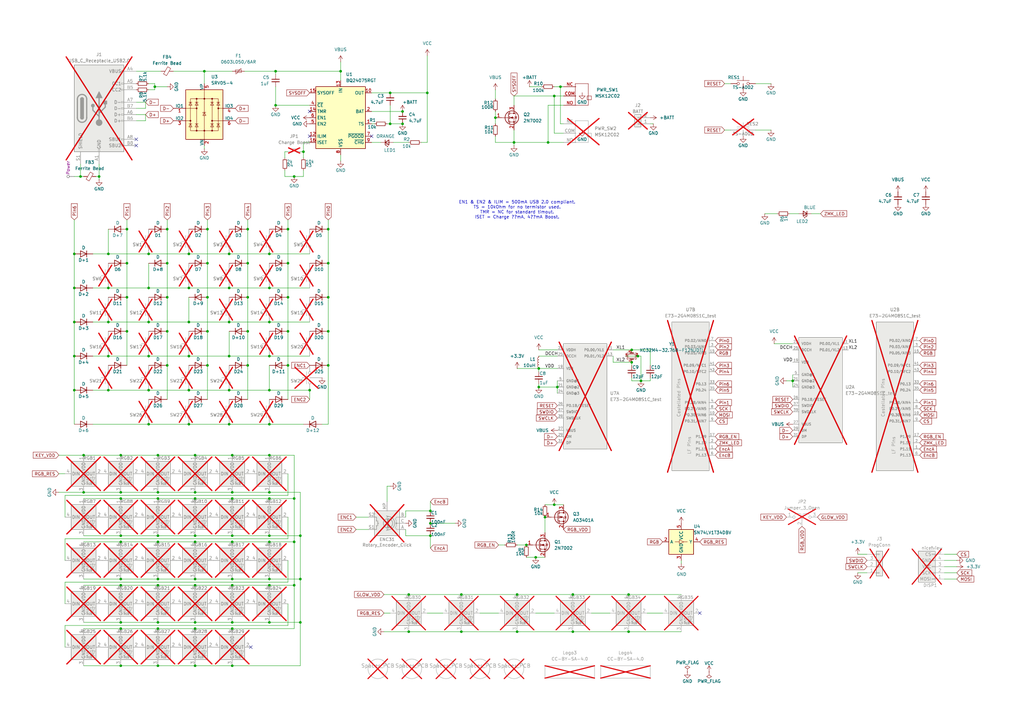
<source format=kicad_sch>
(kicad_sch (version 20250114) (generator "eeschema") (generator_version "9.0")
  (paper "A3")
  (title_block (title "Lotus 58 - BLE") (date "2025-06-15") (rev "v1.1.0") (company "Markus Knutsson <markus.knutsson@tweety.se>") (comment 1 "https://github.com/TweetyDaBird") (comment 2 "Licensed under Creative Commons BY-SA 4.0 International "))
  (text "EN1 & EN2 & ILIM = 500mA USB 2.0 compliant.\nTS = 10kOhm for no termistor used.\nTMR = NC for standard timout.\nISET = Charge ??mA, 4??mA Boost." (at 212.09 86.106 0) (effects (font (size 1.27 1.27))))
  (text "Added missind diode.\nShould fix crystal, VCCH" (at -31.242 137.668 0) (effects (font (size 1.27 1.27))))
  (junction (at 123.19 237.49))
  (junction (at 83.82 29.21))
  (junction (at 85.09 121.92))
  (junction (at 77.47 104.14))
  (junction (at 80.01 204.47))
  (junction (at 175.26 38.1))
  (junction (at 34.29 201.93))
  (junction (at 49.53 186.69))
  (junction (at 110.49 237.49))
  (junction (at 49.53 204.47))
  (junction (at 203.2 48.26))
  (junction (at 44.45 160.02))
  (junction (at 93.98 160.02))
  (junction (at 165.1 45.72))
  (junction (at 257.81 243.84))
  (junction (at 215.9 223.52))
  (junction (at 49.53 257.81))
  (junction (at 64.77 219.71))
  (junction (at 49.53 222.25))
  (junction (at 95.25 201.93))
  (junction (at 85.09 93.98))
  (junction (at 123.19 219.71))
  (junction (at 220.98 151.13))
  (junction (at 33.02 72.39))
  (junction (at 95.25 273.05))
  (junction (at 110.49 146.05))
  (junction (at 165.1 50.8))
  (junction (at 160.02 50.8))
  (junction (at 49.53 219.71))
  (junction (at 176.53 219.71))
  (junction (at 118.11 93.98))
  (junction (at 95.25 219.71))
  (junction (at 95.25 255.27))
  (junction (at 101.6 121.92))
  (junction (at 101.6 135.89))
  (junction (at 167.64 243.84))
  (junction (at 30.48 118.11))
  (junction (at 120.65 222.25))
  (junction (at 80.01 222.25))
  (junction (at 44.45 118.11))
  (junction (at 64.77 237.49))
  (junction (at 95.25 204.47))
  (junction (at 110.49 201.93))
  (junction (at 259.08 148.59))
  (junction (at 49.53 237.49))
  (junction (at 77.47 146.05))
  (junction (at 60.96 118.11))
  (junction (at 101.6 149.86))
  (junction (at 325.12 156.21))
  (junction (at 110.49 204.47))
  (junction (at 60.96 132.08))
  (junction (at 77.47 173.99))
  (junction (at 134.62 149.86))
  (junction (at 176.53 214.63))
  (junction (at 93.98 173.99))
  (junction (at 77.47 132.08))
  (junction (at 134.62 93.98))
  (junction (at 120.65 204.47))
  (junction (at 212.09 243.84))
  (junction (at 64.77 201.93))
  (junction (at 93.98 146.05))
  (junction (at 80.01 257.81))
  (junction (at 110.49 222.25))
  (junction (at 68.58 107.95))
  (junction (at 68.58 93.98))
  (junction (at 257.81 259.08))
  (junction (at 262.89 156.21))
  (junction (at 227.33 39.37))
  (junction (at 49.53 201.93))
  (junction (at 80.01 240.03))
  (junction (at 34.29 186.69))
  (junction (at 80.01 186.69))
  (junction (at 80.01 219.71))
  (junction (at 95.25 257.81))
  (junction (at 80.01 237.49))
  (junction (at 49.53 273.05))
  (junction (at 68.58 121.92))
  (junction (at 63.5 35.56))
  (junction (at 110.49 219.71))
  (junction (at 52.07 135.89))
  (junction (at 68.58 135.89))
  (junction (at 120.65 72.39))
  (junction (at 224.79 58.42))
  (junction (at 120.65 240.03))
  (junction (at 52.07 121.92))
  (junction (at 110.49 118.11))
  (junction (at 124.46 62.23))
  (junction (at 261.62 146.05))
  (junction (at 64.77 273.05))
  (junction (at 77.47 160.02))
  (junction (at 93.98 132.08))
  (junction (at 220.98 158.75))
  (junction (at 101.6 107.95))
  (junction (at 228.6 158.75))
  (junction (at 60.96 104.14))
  (junction (at 229.87 35.56))
  (junction (at 52.07 107.95))
  (junction (at 44.45 104.14))
  (junction (at 64.77 240.03))
  (junction (at 49.53 240.03))
  (junction (at 134.62 107.95))
  (junction (at 60.96 146.05))
  (junction (at 101.6 93.98))
  (junction (at 30.48 132.08))
  (junction (at 95.25 237.49))
  (junction (at 80.01 255.27))
  (junction (at 113.03 29.21))
  (junction (at 167.64 259.08))
  (junction (at 110.49 186.69))
  (junction (at 85.09 135.89))
  (junction (at 64.77 222.25))
  (junction (at 95.25 186.69))
  (junction (at 134.62 135.89))
  (junction (at 95.25 240.03))
  (junction (at 95.25 222.25))
  (junction (at 176.53 209.55))
  (junction (at 189.23 259.08))
  (junction (at 44.45 132.08))
  (junction (at 110.49 132.08))
  (junction (at 64.77 204.47))
  (junction (at 139.7 29.21))
  (junction (at 80.01 201.93))
  (junction (at 110.49 160.02))
  (junction (at 40.64 72.39))
  (junction (at 30.48 160.02))
  (junction (at 110.49 173.99))
  (junction (at 44.45 146.05))
  (junction (at 64.77 255.27))
  (junction (at 30.48 104.14))
  (junction (at 93.98 118.11))
  (junction (at 127 160.02))
  (junction (at 110.49 240.03))
  (junction (at 85.09 107.95))
  (junction (at 160.02 38.1))
  (junction (at 234.95 259.08))
  (junction (at 93.98 104.14))
  (junction (at 64.77 257.81))
  (junction (at 259.08 143.51))
  (junction (at 60.96 173.99))
  (junction (at 77.47 118.11))
  (junction (at 110.49 104.14))
  (junction (at 118.11 149.86))
  (junction (at 118.11 107.95))
  (junction (at 85.09 149.86))
  (junction (at 64.77 186.69))
  (junction (at 118.11 135.89))
  (junction (at 134.62 121.92))
  (junction (at 110.49 255.27))
  (junction (at 210.82 58.42))
  (junction (at 68.58 149.86))
  (junction (at 113.03 43.18))
  (junction (at 189.23 243.84))
  (junction (at 49.53 255.27))
  (junction (at 234.95 243.84))
  (junction (at 219.71 228.6))
  (junction (at 52.07 93.98))
  (junction (at 212.09 259.08))
  (junction (at 118.11 121.92))
  (junction (at 30.48 146.05))
  (junction (at 60.96 160.02))
  (junction (at 123.19 255.27))
  (junction (at 227.33 207.01))
  (junction (at 80.01 273.05))
  (junction (at 223.52 212.09))
  (no_connect (at 127 55.88))
  (no_connect (at 152.4 55.88))
  (no_connect (at 55.88 57.15))
  (no_connect (at 55.88 59.69))
  (no_connect (at 127 45.72))
  (no_connect (at 102.87 265.43))
  (no_connect (at 287.02 251.46))
  (wire (pts (xy 118.11 238.76) (xy 26.67 238.76)))
  (wire (pts (xy 116.84 62.23) (xy 116.84 64.77)))
  (wire (pts (xy 68.58 93.98) (xy 68.58 107.95)))
  (wire (pts (xy 120.65 72.39) (xy 116.84 72.39)))
  (wire (pts (xy 95.25 222.25) (xy 110.49 222.25)))
  (wire (pts (xy 110.49 104.14) (xy 127 104.14)))
  (wire (pts (xy 55.88 44.45) (xy 59.69 44.45)))
  (wire (pts (xy 101.6 135.89) (xy 101.6 149.86)))
  (wire (pts (xy 77.47 160.02) (xy 93.98 160.02)))
  (wire (pts (xy 55.88 49.53) (xy 59.69 49.53)))
  (wire (pts (xy 83.82 29.21) (xy 95.25 29.21)))
  (wire (pts (xy 134.62 107.95) (xy 134.62 121.92)))
  (wire (pts (xy 30.48 118.11) (xy 30.48 132.08)))
  (wire (pts (xy 176.53 209.55) (xy 176.53 205.74)))
  (wire (pts (xy 223.52 212.09) (xy 223.52 218.44)))
  (wire (pts (xy 322.58 156.21) (xy 325.12 156.21)))
  (wire (pts (xy 63.5 36.83) (xy 60.96 36.83)))
  (wire (pts (xy 223.52 207.01) (xy 227.33 207.01)))
  (wire (pts (xy 49.53 219.71) (xy 64.77 219.71)))
  (wire (pts (xy 151.13 212.09) (xy 146.05 212.09)))
  (wire (pts (xy 80.01 204.47) (xy 95.25 204.47)))
  (wire (pts (xy 30.48 104.14) (xy 30.48 118.11)))
  (wire (pts (xy 123.19 237.49) (xy 110.49 237.49)))
  (wire (pts (xy 261.62 146.05) (xy 262.89 146.05)))
  (wire (pts (xy 387.35 229.87) (xy 392.43 229.87)))
  (wire (pts (xy 118.11 212.09) (xy 118.11 220.98)))
  (wire (pts (xy 110.49 173.99) (xy 124.46 173.99)))
  (wire (pts (xy 33.02 72.39) (xy 34.29 72.39)))
  (wire (pts (xy 110.49 222.25) (xy 120.65 222.25)))
  (wire (pts (xy 52.07 107.95) (xy 52.07 121.92)))
  (wire (pts (xy 118.11 256.54) (xy 26.67 256.54)))
  (wire (pts (xy 49.53 255.27) (xy 64.77 255.27)))
  (wire (pts (xy 134.62 135.89) (xy 134.62 149.86)))
  (wire (pts (xy 262.89 156.21) (xy 266.7 156.21)))
  (wire (pts (xy 160.02 43.18) (xy 160.02 50.8)))
  (wire (pts (xy 210.82 58.42) (xy 210.82 53.34)))
  (wire (pts (xy 175.26 251.46) (xy 181.61 251.46)))
  (wire (pts (xy 224.79 43.18) (xy 224.79 58.42)))
  (wire (pts (xy 49.53 240.03) (xy 64.77 240.03)))
  (wire (pts (xy 325.12 156.21) (xy 325.12 158.75)))
  (wire (pts (xy 93.98 118.11) (xy 110.49 118.11)))
  (wire (pts (xy 118.11 121.92) (xy 118.11 135.89)))
  (wire (pts (xy 120.65 222.25) (xy 120.65 240.03)))
  (wire (pts (xy 68.58 121.92) (xy 68.58 135.89)))
  (wire (pts (xy 325.12 156.21) (xy 325.12 153.67)))
  (wire (pts (xy 95.25 240.03) (xy 110.49 240.03)))
  (wire (pts (xy 152.4 38.1) (xy 160.02 38.1)))
  (wire (pts (xy 80.01 219.71) (xy 95.25 219.71)))
  (wire (pts (xy 123.19 273.05) (xy 95.25 273.05)))
  (wire (pts (xy 44.45 93.98) (xy 44.45 104.14)))
  (wire (pts (xy 80.01 273.05) (xy 95.25 273.05)))
  (wire (pts (xy 49.53 257.81) (xy 64.77 257.81)))
  (wire (pts (xy 77.47 132.08) (xy 93.98 132.08)))
  (wire (pts (xy 64.77 186.69) (xy 80.01 186.69)))
  (wire (pts (xy 40.64 73.66) (xy 40.64 72.39)))
  (wire (pts (xy 110.49 204.47) (xy 120.65 204.47)))
  (wire (pts (xy 95.25 255.27) (xy 110.49 255.27)))
  (wire (pts (xy 101.6 107.95) (xy 101.6 121.92)))
  (wire (pts (xy 120.65 186.69) (xy 110.49 186.69)))
  (wire (pts (xy 212.09 151.13) (xy 220.98 151.13)))
  (wire (pts (xy 34.29 186.69) (xy 49.53 186.69)))
  (wire (pts (xy 157.48 259.08) (xy 167.64 259.08)))
  (wire (pts (xy 123.19 255.27) (xy 123.19 273.05)))
  (wire (pts (xy 49.53 201.93) (xy 64.77 201.93)))
  (wire (pts (xy 152.4 45.72) (xy 165.1 45.72)))
  (wire (pts (xy 110.49 146.05) (xy 127 146.05)))
  (wire (pts (xy 38.1 160.02) (xy 44.45 160.02)))
  (wire (pts (xy 175.26 22.86) (xy 175.26 38.1)))
  (wire (pts (xy 49.53 186.69) (xy 64.77 186.69)))
  (wire (pts (xy 60.96 104.14) (xy 77.47 104.14)))
  (wire (pts (xy 210.82 59.69) (xy 210.82 58.42)))
  (wire (pts (xy 139.7 66.04) (xy 139.7 63.5)))
  (wire (pts (xy 110.49 160.02) (xy 127 160.02)))
  (wire (pts (xy 219.71 251.46) (xy 227.33 251.46)))
  (wire (pts (xy 93.98 173.99) (xy 110.49 173.99)))
  (wire (pts (xy 203.2 45.72) (xy 203.2 48.26)))
  (wire (pts (xy 63.5 35.56) (xy 68.58 35.56)))
  (wire (pts (xy 387.35 227.33) (xy 392.43 227.33)))
  (wire (pts (xy 161.29 58.42) (xy 167.64 58.42)))
  (wire (pts (xy 64.77 204.47) (xy 80.01 204.47)))
  (wire (pts (xy 210.82 39.37) (xy 210.82 43.18)))
  (wire (pts (xy 24.13 201.93) (xy 34.29 201.93)))
  (wire (pts (xy 101.6 93.98) (xy 101.6 107.95)))
  (wire (pts (xy 63.5 35.56) (xy 63.5 36.83)))
  (wire (pts (xy 95.25 219.71) (xy 110.49 219.71)))
  (wire (pts (xy 220.98 158.75) (xy 228.6 158.75)))
  (wire (pts (xy 38.1 118.11) (xy 44.45 118.11)))
  (wire (pts (xy 127 160.02) (xy 127 163.83)))
  (wire (pts (xy 158.75 199.39) (xy 160.02 199.39)))
  (wire (pts (xy 60.96 146.05) (xy 44.45 146.05)))
  (wire (pts (xy 231.14 35.56) (xy 229.87 35.56)))
  (wire (pts (xy 118.11 149.86) (xy 118.11 163.83)))
  (wire (pts (xy 30.48 146.05) (xy 30.48 160.02)))
  (wire (pts (xy 80.01 222.25) (xy 95.25 222.25)))
  (wire (pts (xy 234.95 243.84) (xy 257.81 243.84)))
  (wire (pts (xy 124.46 62.23) (xy 124.46 58.42)))
  (wire (pts (xy 44.45 160.02) (xy 60.96 160.02)))
  (wire (pts (xy 227.33 39.37) (xy 227.33 54.61)))
  (wire (pts (xy 309.88 53.34) (xy 316.23 53.34)))
  (wire (pts (xy 52.07 135.89) (xy 52.07 149.86)))
  (wire (pts (xy 44.45 104.14) (xy 60.96 104.14)))
  (wire (pts (xy 256.54 146.05) (xy 261.62 146.05)))
  (wire (pts (xy 189.23 243.84) (xy 212.09 243.84)))
  (wire (pts (xy 95.25 201.93) (xy 110.49 201.93)))
  (wire (pts (xy 158.75 199.39) (xy 158.75 205.74)))
  (wire (pts (xy 134.62 173.99) (xy 134.62 149.86)))
  (wire (pts (xy 34.29 201.93) (xy 49.53 201.93)))
  (wire (pts (xy 220.98 143.51) (xy 228.6 143.51)))
  (wire (pts (xy 110.49 132.08) (xy 127 132.08)))
  (wire (pts (xy 93.98 146.05) (xy 110.49 146.05)))
  (wire (pts (xy 64.77 237.49) (xy 80.01 237.49)))
  (wire (pts (xy 93.98 135.89) (xy 93.98 146.05)))
  (wire (pts (xy 176.53 224.79) (xy 176.53 219.71)))
  (wire (pts (xy 116.84 62.23) (xy 118.11 62.23)))
  (wire (pts (xy 231.14 54.61) (xy 227.33 54.61)))
  (wire (pts (xy 151.13 217.17) (xy 146.05 217.17)))
  (wire (pts (xy 166.37 209.55) (xy 176.53 209.55)))
  (wire (pts (xy 124.46 72.39) (xy 120.65 72.39)))
  (wire (pts (xy 118.11 90.17) (xy 118.11 93.98)))
  (wire (pts (xy 80.01 255.27) (xy 95.25 255.27)))
  (wire (pts (xy 231.14 50.8) (xy 229.87 50.8)))
  (wire (pts (xy 123.19 237.49) (xy 123.19 255.27)))
  (wire (pts (xy 40.64 67.31) (xy 40.64 72.39)))
  (wire (pts (xy 38.1 104.14) (xy 44.45 104.14)))
  (wire (pts (xy 85.09 90.17) (xy 85.09 93.98)))
  (wire (pts (xy 30.48 72.39) (xy 33.02 72.39)))
  (wire (pts (xy 26.67 256.54) (xy 26.67 265.43)))
  (wire (pts (xy 30.48 90.17) (xy 30.48 104.14)))
  (wire (pts (xy 158.75 50.8) (xy 160.02 50.8)))
  (wire (pts (xy 30.48 173.99) (xy 30.48 160.02)))
  (wire (pts (xy 259.08 149.86) (xy 259.08 148.59)))
  (wire (pts (xy 60.96 107.95) (xy 60.96 118.11)))
  (wire (pts (xy 120.65 222.25) (xy 120.65 204.47)))
  (wire (pts (xy 118.11 135.89) (xy 118.11 149.86)))
  (wire (pts (xy 44.45 132.08) (xy 60.96 132.08)))
  (wire (pts (xy 34.29 273.05) (xy 49.53 273.05)))
  (wire (pts (xy 68.58 107.95) (xy 68.58 121.92)))
  (wire (pts (xy 64.77 240.03) (xy 80.01 240.03)))
  (wire (pts (xy 77.47 146.05) (xy 93.98 146.05)))
  (wire (pts (xy 85.09 135.89) (xy 85.09 149.86)))
  (wire (pts (xy 220.98 146.05) (xy 228.6 146.05)))
  (wire (pts (xy 59.69 41.91) (xy 55.88 41.91)))
  (wire (pts (xy 85.09 121.92) (xy 85.09 135.89)))
  (wire (pts (xy 313.69 87.63) (xy 318.77 87.63)))
  (wire (pts (xy 160.02 50.8) (xy 165.1 50.8)))
  (wire (pts (xy 83.82 29.21) (xy 83.82 34.29)))
  (wire (pts (xy 139.7 29.21) (xy 139.7 33.02)))
  (wire (pts (xy 228.6 158.75) (xy 228.6 161.29)))
  (wire (pts (xy 85.09 107.95) (xy 85.09 121.92)))
  (wire (pts (xy 134.62 121.92) (xy 134.62 135.89)))
  (wire (pts (xy 266.7 156.21) (xy 266.7 154.94)))
  (wire (pts (xy 85.09 149.86) (xy 85.09 163.83)))
  (wire (pts (xy 101.6 149.86) (xy 101.6 163.83)))
  (wire (pts (xy 224.79 43.18) (xy 231.14 43.18)))
  (wire (pts (xy 167.64 243.84) (xy 189.23 243.84)))
  (wire (pts (xy 220.98 158.75) (xy 220.98 157.48)))
  (wire (pts (xy 207.01 223.52) (xy 204.47 223.52)))
  (wire (pts (xy 110.49 160.02) (xy 93.98 160.02)))
  (wire (pts (xy 68.58 90.17) (xy 68.58 93.98)))
  (wire (pts (xy 68.58 149.86) (xy 68.58 163.83)))
  (wire (pts (xy 257.81 243.84) (xy 279.4 243.84)))
  (wire (pts (xy 83.82 60.96) (xy 83.82 59.69)))
  (wire (pts (xy 215.9 228.6) (xy 219.71 228.6)))
  (wire (pts (xy 77.47 121.92) (xy 77.47 132.08)))
  (wire (pts (xy 123.19 219.71) (xy 123.19 201.93)))
  (wire (pts (xy 26.67 203.2) (xy 26.67 212.09)))
  (wire (pts (xy 85.09 93.98) (xy 85.09 107.95)))
  (wire (pts (xy 60.96 132.08) (xy 77.47 132.08)))
  (wire (pts (xy 34.29 255.27) (xy 49.53 255.27)))
  (wire (pts (xy 49.53 204.47) (xy 64.77 204.47)))
  (wire (pts (xy 229.87 35.56) (xy 227.33 35.56)))
  (wire (pts (xy 242.57 251.46) (xy 250.19 251.46)))
  (wire (pts (xy 234.95 259.08) (xy 257.81 259.08)))
  (wire (pts (xy 118.11 203.2) (xy 26.67 203.2)))
  (wire (pts (xy 118.11 93.98) (xy 118.11 107.95)))
  (wire (pts (xy 166.37 219.71) (xy 176.53 219.71)))
  (wire (pts (xy 351.79 227.33) (xy 355.6 227.33)))
  (wire (pts (xy 224.79 58.42) (xy 231.14 58.42)))
  (wire (pts (xy 157.48 251.46) (xy 160.02 251.46)))
  (wire (pts (xy 118.11 229.87) (xy 118.11 238.76)))
  (wire (pts (xy 132.08 173.99) (xy 134.62 173.99)))
  (wire (pts (xy 38.1 173.99) (xy 60.96 173.99)))
  (wire (pts (xy 176.53 214.63) (xy 186.69 214.63)))
  (wire (pts (xy 100.33 29.21) (xy 113.03 29.21)))
  (wire (pts (xy 297.18 34.29) (xy 299.72 34.29)))
  (wire (pts (xy 166.37 209.55) (xy 166.37 212.09)))
  (wire (pts (xy 212.09 223.52) (xy 215.9 223.52)))
  (wire (pts (xy 152.4 50.8) (xy 153.67 50.8)))
  (wire (pts (xy 113.03 35.56) (xy 113.03 43.18)))
  (wire (pts (xy 189.23 259.08) (xy 212.09 259.08)))
  (wire (pts (xy 387.35 234.95) (xy 392.43 234.95)))
  (wire (pts (xy 49.53 237.49) (xy 64.77 237.49)))
  (wire (pts (xy 124.46 69.85) (xy 124.46 72.39)))
  (wire (pts (xy 323.85 87.63) (xy 327.66 87.63)))
  (wire (pts (xy 110.49 219.71) (xy 123.19 219.71)))
  (wire (pts (xy 93.98 132.08) (xy 110.49 132.08)))
  (wire (pts (xy 60.96 173.99) (xy 77.47 173.99)))
  (wire (pts (xy 64.77 257.81) (xy 80.01 257.81)))
  (wire (pts (xy 34.29 240.03) (xy 49.53 240.03)))
  (wire (pts (xy 64.77 255.27) (xy 80.01 255.27)))
  (wire (pts (xy 124.46 62.23) (xy 124.46 64.77)))
  (wire (pts (xy 118.11 247.65) (xy 118.11 256.54)))
  (wire (pts (xy 68.58 135.89) (xy 68.58 149.86)))
  (wire (pts (xy 80.01 186.69) (xy 95.25 186.69)))
  (wire (pts (xy 387.35 232.41) (xy 392.43 232.41)))
  (wire (pts (xy 34.29 204.47) (xy 49.53 204.47)))
  (wire (pts (xy 52.07 121.92) (xy 52.07 135.89)))
  (wire (pts (xy 49.53 273.05) (xy 64.77 273.05)))
  (wire (pts (xy 251.46 143.51) (xy 259.08 143.51)))
  (wire (pts (xy 175.26 58.42) (xy 175.26 38.1)))
  (wire (pts (xy 34.29 219.71) (xy 49.53 219.71)))
  (wire (pts (xy 63.5 34.29) (xy 63.5 35.56)))
  (wire (pts (xy 167.64 259.08) (xy 189.23 259.08)))
  (wire (pts (xy 229.87 35.56) (xy 229.87 50.8)))
  (wire (pts (xy 203.2 58.42) (xy 203.2 55.88)))
  (wire (pts (xy 124.46 58.42) (xy 127 58.42)))
  (wire (pts (xy 110.49 118.11) (xy 127 118.11)))
  (wire (pts (xy 52.07 93.98) (xy 52.07 90.17)))
  (wire (pts (xy 220.98 151.13) (xy 228.6 151.13)))
  (wire (pts (xy 317.5 140.97) (xy 325.12 140.97)))
  (wire (pts (xy 139.7 25.4) (xy 139.7 29.21)))
  (wire (pts (xy 80.01 237.49) (xy 95.25 237.49)))
  (wire (pts (xy 351.79 234.95) (xy 355.6 234.95)))
  (wire (pts (xy 251.46 146.05) (xy 251.46 148.59)))
  (wire (pts (xy 95.25 204.47) (xy 110.49 204.47)))
  (wire (pts (xy 251.46 148.59) (xy 259.08 148.59)))
  (wire (pts (xy 26.67 238.76) (xy 26.67 247.65)))
  (wire (pts (xy 26.67 220.98) (xy 26.67 229.87)))
  (wire (pts (xy 227.33 207.01) (xy 231.14 207.01)))
  (wire (pts (xy 210.82 58.42) (xy 224.79 58.42)))
  (wire (pts (xy 134.62 90.17) (xy 134.62 93.98)))
  (wire (pts (xy 71.12 29.21) (xy 83.82 29.21)))
  (wire (pts (xy 113.03 29.21) (xy 139.7 29.21)))
  (wire (pts (xy 123.19 201.93) (xy 110.49 201.93)))
  (wire (pts (xy 196.85 251.46) (xy 204.47 251.46)))
  (wire (pts (xy 59.69 49.53) (xy 59.69 46.99)))
  (wire (pts (xy 59.69 44.45) (xy 59.69 41.91)))
  (wire (pts (xy 34.29 237.49) (xy 49.53 237.49)))
  (wire (pts (xy 116.84 72.39) (xy 116.84 69.85)))
  (wire (pts (xy 203.2 50.8) (xy 203.2 48.26)))
  (wire (pts (xy 30.48 132.08) (xy 30.48 146.05)))
  (wire (pts (xy 316.23 34.29) (xy 309.88 34.29)))
  (wire (pts (xy 152.4 58.42) (xy 156.21 58.42)))
  (wire (pts (xy 38.1 146.05) (xy 44.45 146.05)))
  (wire (pts (xy 60.96 118.11) (xy 77.47 118.11)))
  (wire (pts (xy 24.13 186.69) (xy 34.29 186.69)))
  (wire (pts (xy 95.25 186.69) (xy 110.49 186.69)))
  (wire (pts (xy 118.11 194.31) (xy 118.11 203.2)))
  (wire (pts (xy 123.19 219.71) (xy 123.19 237.49)))
  (wire (pts (xy 266.7 143.51) (xy 259.08 143.51)))
  (wire (pts (xy 80.01 240.03) (xy 95.25 240.03)))
  (wire (pts (xy 64.77 273.05) (xy 80.01 273.05)))
  (wire (pts (xy 77.47 118.11) (xy 93.98 118.11)))
  (wire (pts (xy 66.04 29.21) (xy 55.88 29.21)))
  (wire (pts (xy 265.43 251.46) (xy 271.78 251.46)))
  (wire (pts (xy 217.17 35.56) (xy 222.25 35.56)))
  (wire (pts (xy 93.98 104.14) (xy 110.49 104.14)))
  (wire (pts (xy 52.07 93.98) (xy 52.07 107.95)))
  (wire (pts (xy 120.65 240.03) (xy 110.49 240.03)))
  (wire (pts (xy 332.74 87.63) (xy 336.55 87.63)))
  (wire (pts (xy 33.02 67.31) (xy 33.02 72.39)))
  (wire (pts (xy 34.29 222.25) (xy 49.53 222.25)))
  (wire (pts (xy 203.2 58.42) (xy 210.82 58.42)))
  (wire (pts (xy 95.25 237.49) (xy 110.49 237.49)))
  (wire (pts (xy 24.13 194.31) (xy 26.67 194.31)))
  (wire (pts (xy 227.33 39.37) (xy 210.82 39.37)))
  (wire (pts (xy 231.14 39.37) (xy 227.33 39.37)))
  (wire (pts (xy 123.19 255.27) (xy 110.49 255.27)))
  (wire (pts (xy 123.19 62.23) (xy 124.46 62.23)))
  (wire (pts (xy 212.09 243.84) (xy 234.95 243.84)))
  (wire (pts (xy 101.6 121.92) (xy 101.6 135.89)))
  (wire (pts (xy 113.03 29.21) (xy 113.03 30.48)))
  (wire (pts (xy 60.96 118.11) (xy 44.45 118.11)))
  (wire (pts (xy 80.01 257.81) (xy 95.25 257.81)))
  (wire (pts (xy 203.2 40.64) (xy 203.2 36.83)))
  (wire (pts (xy 212.09 259.08) (xy 234.95 259.08)))
  (wire (pts (xy 55.88 46.99) (xy 59.69 46.99)))
  (wire (pts (xy 60.96 160.02) (xy 77.47 160.02)))
  (wire (pts (xy 49.53 222.25) (xy 64.77 222.25)))
  (wire (pts (xy 80.01 201.93) (xy 95.25 201.93)))
  (wire (pts (xy 220.98 152.4) (xy 220.98 151.13)))
  (wire (pts (xy 34.29 257.81) (xy 49.53 257.81)))
  (wire (pts (xy 172.72 58.42) (xy 175.26 58.42)))
  (wire (pts (xy 157.48 243.84) (xy 167.64 243.84)))
  (wire (pts (xy 110.49 149.86) (xy 110.49 160.02)))
  (wire (pts (xy 38.1 132.08) (xy 44.45 132.08)))
  (wire (pts (xy 39.37 72.39) (xy 40.64 72.39)))
  (wire (pts (xy 259.08 156.21) (xy 259.08 154.94)))
  (wire (pts (xy 113.03 43.18) (xy 127 43.18)))
  (wire (pts (xy 279.4 231.14) (xy 279.4 229.87)))
  (wire (pts (xy 297.18 53.34) (xy 299.72 53.34)))
  (wire (pts (xy 63.5 34.29) (xy 60.96 34.29)))
  (wire (pts (xy 266.7 149.86) (xy 266.7 143.51)))
  (wire (pts (xy 118.11 220.98) (xy 26.67 220.98)))
  (wire (pts (xy 219.71 228.6) (xy 223.52 228.6)))
  (wire (pts (xy 262.89 146.05) (xy 262.89 156.21)))
  (wire (pts (xy 387.35 237.49) (xy 392.43 237.49)))
  (wire (pts (xy 257.81 259.08) (xy 279.4 259.08)))
  (wire (pts (xy 166.37 219.71) (xy 166.37 217.17)))
  (wire (pts (xy 267.97 50.8) (xy 266.7 50.8)))
  (wire (pts (xy 64.77 219.71) (xy 80.01 219.71)))
  (wire (pts (xy 77.47 104.14) (xy 93.98 104.14)))
  (wire (pts (xy 259.08 156.21) (xy 262.89 156.21)))
  (wire (pts (xy 60.96 146.05) (xy 77.47 146.05)))
  (wire (pts (xy 120.65 257.81) (xy 95.25 257.81)))
  (wire (pts (xy 160.02 38.1) (xy 175.26 38.1)))
  (wire (pts (xy 228.6 158.75) (xy 228.6 156.21)))
  (wire (pts (xy 77.47 173.99) (xy 93.98 173.99)))
  (wire (pts (xy 134.62 93.98) (xy 134.62 107.95)))
  (wire (pts (xy 64.77 201.93) (xy 80.01 201.93)))
  (wire (pts (xy 118.11 107.95) (xy 118.11 121.92)))
  (wire (pts (xy 120.65 240.03) (xy 120.65 257.81)))
  (wire (pts (xy 120.65 204.47) (xy 120.65 186.69)))
  (wire (pts (xy 101.6 90.17) (xy 101.6 93.98)))
  (wire (pts (xy 64.77 222.25) (xy 80.01 222.25)))
  (label "VDD" (at 223.52 151.13 0))
  (label "DCCH" (at 325.12 143.51 180))
  (label "XL1" (at 347.98 140.97 0))
  (label "XL2" (at 347.98 143.51 0))
  (label "DCCH" (at 223.52 146.05 0))
  (label "XL1" (at 252.73 143.51 0))
  (label "XL2" (at 252.73 148.59 0))
  (label "VDD" (at 325.12 148.59 180))
  (global_label "RGB_EN" (shape input) (at 293.37 179.07 0) (property "Intersheetrefs" "${INTERSHEET_REFS}" (effects (hide yes))))
  (global_label "Pin1" (shape input) (at 293.37 165.1 0) (property "Intersheetrefs" "${INTERSHEET_REFS}" (effects (hide yes))))
  (global_label "Pin3" (shape input) (at 377.19 149.86 0) (property "Intersheetrefs" "${INTERSHEET_REFS}" (effects (hide yes))))
  (global_label "RGB_RES" (shape input) (at 24.13 194.31 180) (property "Intersheetrefs" "${INTERSHEET_REFS}" (effects (hide yes))))
  (global_label "D+" (shape input) (at 96.52 44.45 0) (property "Intersheetrefs" "${INTERSHEET_REFS}" (effects (hide yes))))
  (global_label "MOSI" (shape input) (at 392.43 237.49 0) (property "Intersheetrefs" "${INTERSHEET_REFS}" (effects (hide yes))))
  (global_label "RESET" (shape input) (at 228.6 166.37 180) (property "Intersheetrefs" "${INTERSHEET_REFS}" (effects (hide yes))))
  (global_label "RESET" (shape input) (at 297.18 34.29 180) (property "Intersheetrefs" "${INTERSHEET_REFS}" (effects (hide yes))))
  (global_label "D+" (shape input) (at 325.12 179.07 180) (property "Intersheetrefs" "${INTERSHEET_REFS}" (effects (hide yes))))
  (global_label "SWDIO" (shape input) (at 228.6 168.91 180) (property "Intersheetrefs" "${INTERSHEET_REFS}" (effects (hide yes))))
  (global_label "Pin5" (shape input) (at 118.11 90.17 90) (property "Intersheetrefs" "${INTERSHEET_REFS}" (effects (hide yes))))
  (global_label "MOSI" (shape input) (at 293.37 170.18 0) (property "Intersheetrefs" "${INTERSHEET_REFS}" (effects (hide yes))))
  (global_label "D+" (shape input) (at 228.6 181.61 180) (property "Intersheetrefs" "${INTERSHEET_REFS}" (effects (hide yes))))
  (global_label "Pin5" (shape input) (at 377.19 160.02 0) (property "Intersheetrefs" "${INTERSHEET_REFS}" (effects (hide yes))))
  (global_label "D-" (shape input) (at 325.12 176.53 180) (property "Intersheetrefs" "${INTERSHEET_REFS}" (effects (hide yes))))
  (global_label "KEY_VDD" (shape input) (at 322.58 212.09 180) (property "Intersheetrefs" "${INTERSHEET_REFS}" (effects (hide yes))))
  (global_label "ZMK_LED" (shape input) (at 377.19 181.61 0) (property "Intersheetrefs" "${INTERSHEET_REFS}" (effects (hide yes))))
  (global_label "Pin3" (shape input) (at 293.37 149.86 0) (property "Intersheetrefs" "${INTERSHEET_REFS}" (effects (hide yes))))
  (global_label "ZMK_LED" (shape input) (at 293.37 181.61 0) (property "Intersheetrefs" "${INTERSHEET_REFS}" (effects (hide yes))))
  (global_label "Pin2" (shape input) (at 377.19 142.24 0) (property "Intersheetrefs" "${INTERSHEET_REFS}" (effects (hide yes))))
  (global_label "SYSOFF" (shape input) (at 127 38.1 180) (property "Intersheetrefs" "${INTERSHEET_REFS}" (effects (hide yes))))
  (global_label "Pin5" (shape input) (at 293.37 160.02 0) (property "Intersheetrefs" "${INTERSHEET_REFS}" (effects (hide yes))))
  (global_label "EncA" (shape input) (at 176.53 224.79 0) (property "Intersheetrefs" "${INTERSHEET_REFS}" (effects (hide yes))))
  (global_label "ZMK_LED" (shape input) (at 336.55 87.63 0) (property "Intersheetrefs" "${INTERSHEET_REFS}" (effects (hide yes))))
  (global_label "Pin2" (shape input) (at 68.58 90.17 90) (property "Intersheetrefs" "${INTERSHEET_REFS}" (effects (hide yes))))
  (global_label "RGB_EN" (shape input) (at 204.47 223.52 180) (property "Intersheetrefs" "${INTERSHEET_REFS}" (effects (hide yes))))
  (global_label "RGB_VDD" (shape input) (at 328.93 215.9 270) (property "Intersheetrefs" "${INTERSHEET_REFS}" (effects (hide yes))))
  (global_label "GLOW_VDD" (shape input) (at 335.28 212.09 0) (property "Intersheetrefs" "${INTERSHEET_REFS}" (effects (hide yes))))
  (global_label "SWCLK" (shape input) (at 228.6 171.45 180) (property "Intersheetrefs" "${INTERSHEET_REFS}" (effects (hide yes))))
  (global_label "D-" (shape input) (at 96.52 49.53 0) (property "Intersheetrefs" "${INTERSHEET_REFS}" (effects (hide yes))))
  (global_label "ENC1" (shape input) (at 127 149.86 180) (property "Intersheetrefs" "${INTERSHEET_REFS}" (effects (hide yes))))
  (global_label "SWCLK" (shape input) (at 325.12 168.91 180) (property "Intersheetrefs" "${INTERSHEET_REFS}" (effects (hide yes))))
  (global_label "RGB" (shape input) (at 293.37 144.78 0) (property "Intersheetrefs" "${INTERSHEET_REFS}" (effects (hide yes))))
  (global_label "Pin1" (shape input) (at 377.19 165.1 0) (property "Intersheetrefs" "${INTERSHEET_REFS}" (effects (hide yes))))
  (global_label "EncB" (shape input) (at 377.19 186.69 0) (property "Intersheetrefs" "${INTERSHEET_REFS}" (effects (hide yes))))
  (global_label "D-" (shape input) (at 59.69 41.91 0) (property "Intersheetrefs" "${INTERSHEET_REFS}" (effects (hide yes))))
  (global_label "D-" (shape input) (at 228.6 179.07 180) (property "Intersheetrefs" "${INTERSHEET_REFS}" (effects (hide yes))))
  (global_label "CS" (shape input) (at 293.37 172.72 0) (property "Intersheetrefs" "${INTERSHEET_REFS}" (effects (hide yes))))
  (global_label "D-" (shape input) (at 71.12 44.45 180) (property "Intersheetrefs" "${INTERSHEET_REFS}" (effects (hide yes))))
  (global_label "SCK" (shape input) (at 392.43 234.95 0) (property "Intersheetrefs" "${INTERSHEET_REFS}" (effects (hide yes))))
  (global_label "SCK" (shape input) (at 293.37 167.64 0) (property "Intersheetrefs" "${INTERSHEET_REFS}" (effects (hide yes))))
  (global_label "ENC2" (shape input) (at 146.05 217.17 180) (property "Intersheetrefs" "${INTERSHEET_REFS}" (effects (hide yes))))
  (global_label "Pin6" (shape input) (at 30.48 90.17 90) (property "Intersheetrefs" "${INTERSHEET_REFS}" (effects (hide yes))))
  (global_label "GLOW_VDD" (shape input) (at 157.48 243.84 180) (property "Intersheetrefs" "${INTERSHEET_REFS}" (effects (hide yes))))
  (global_label "Pin6" (shape input) (at 377.19 157.48 0) (property "Intersheetrefs" "${INTERSHEET_REFS}" (effects (hide yes))))
  (global_label "Pin4" (shape input) (at 377.19 152.4 0) (property "Intersheetrefs" "${INTERSHEET_REFS}" (effects (hide yes))))
  (global_label "Pin4" (shape input) (at 101.6 90.17 90) (property "Intersheetrefs" "${INTERSHEET_REFS}" (effects (hide yes))))
  (global_label "EncB" (shape input) (at 293.37 186.69 0) (property "Intersheetrefs" "${INTERSHEET_REFS}" (effects (hide yes))))
  (global_label "EncA" (shape input) (at 293.37 184.15 0) (property "Intersheetrefs" "${INTERSHEET_REFS}" (effects (hide yes))))
  (global_label "Pin0" (shape input) (at 293.37 139.7 0) (property "Intersheetrefs" "${INTERSHEET_REFS}" (effects (hide yes))))
  (global_label "RGB" (shape input) (at 377.19 144.78 0) (property "Intersheetrefs" "${INTERSHEET_REFS}" (effects (hide yes))))
  (global_label "KEY_VDD" (shape input) (at 24.13 186.69 180) (property "Intersheetrefs" "${INTERSHEET_REFS}" (effects (hide yes))))
  (global_label "MOSI" (shape input) (at 377.19 170.18 0) (property "Intersheetrefs" "${INTERSHEET_REFS}" (effects (hide yes))))
  (global_label "Pin0" (shape input) (at 377.19 139.7 0) (property "Intersheetrefs" "${INTERSHEET_REFS}" (effects (hide yes))))
  (global_label "RGB_VDD" (shape input) (at 231.14 217.17 0) (property "Intersheetrefs" "${INTERSHEET_REFS}" (effects (hide yes))))
  (global_label "SWDIO" (shape input) (at 325.12 166.37 180) (property "Intersheetrefs" "${INTERSHEET_REFS}" (effects (hide yes))))
  (global_label "CS" (shape input) (at 392.43 227.33 0) (property "Intersheetrefs" "${INTERSHEET_REFS}" (effects (hide yes))))
  (global_label "SWCLK" (shape input) (at 355.6 232.41 180) (property "Intersheetrefs" "${INTERSHEET_REFS}" (effects (hide yes))))
  (global_label "ENC1" (shape input) (at 146.05 212.09 180) (property "Intersheetrefs" "${INTERSHEET_REFS}" (effects (hide yes))))
  (global_label "Pin6" (shape input) (at 293.37 157.48 0) (property "Intersheetrefs" "${INTERSHEET_REFS}" (effects (hide yes))))
  (global_label "EncB" (shape input) (at 176.53 205.74 0) (property "Intersheetrefs" "${INTERSHEET_REFS}" (effects (hide yes))))
  (global_label "RGB_EN" (shape input) (at 377.19 179.07 0) (property "Intersheetrefs" "${INTERSHEET_REFS}" (effects (hide yes))))
  (global_label "D+" (shape input) (at 71.12 49.53 180) (property "Intersheetrefs" "${INTERSHEET_REFS}" (effects (hide yes))))
  (global_label "EncA" (shape input) (at 377.19 184.15 0) (property "Intersheetrefs" "${INTERSHEET_REFS}" (effects (hide yes))))
  (global_label "Pin0" (shape input) (at 134.62 90.17 90) (property "Intersheetrefs" "${INTERSHEET_REFS}" (effects (hide yes))))
  (global_label "RESET" (shape input) (at 297.18 53.34 180) (property "Intersheetrefs" "${INTERSHEET_REFS}" (effects (hide yes))))
  (global_label "ENC2" (shape input) (at 127 163.83 180) (property "Intersheetrefs" "${INTERSHEET_REFS}" (effects (hide yes))))
  (global_label "CS" (shape input) (at 377.19 172.72 0) (property "Intersheetrefs" "${INTERSHEET_REFS}" (effects (hide yes))))
  (global_label "SCK" (shape input) (at 377.19 167.64 0) (property "Intersheetrefs" "${INTERSHEET_REFS}" (effects (hide yes))))
  (global_label "Pin2" (shape input) (at 293.37 142.24 0) (property "Intersheetrefs" "${INTERSHEET_REFS}" (effects (hide yes))))
  (global_label "Pin1" (shape input) (at 52.07 90.17 90) (property "Intersheetrefs" "${INTERSHEET_REFS}" (effects (hide yes))))
  (global_label "SYSOFF" (shape input) (at 210.82 39.37 90) (property "Intersheetrefs" "${INTERSHEET_REFS}" (effects (hide yes))))
  (global_label "D+" (shape input) (at 59.69 46.99 0) (property "Intersheetrefs" "${INTERSHEET_REFS}" (effects (hide yes))))
  (global_label "RGB_RES" (shape input) (at 157.48 251.46 180) (property "Intersheetrefs" "${INTERSHEET_REFS}" (effects (hide yes))))
  (global_label "RGB_RES" (shape input) (at 287.02 222.25 0) (property "Intersheetrefs" "${INTERSHEET_REFS}" (effects (hide yes))))
  (global_label "Pin4" (shape input) (at 293.37 152.4 0) (property "Intersheetrefs" "${INTERSHEET_REFS}" (effects (hide yes))))
  (global_label "Pin3" (shape input) (at 85.09 90.17 90) (property "Intersheetrefs" "${INTERSHEET_REFS}" (effects (hide yes))))
  (global_label "SWDIO" (shape input) (at 355.6 229.87 180) (property "Intersheetrefs" "${INTERSHEET_REFS}" (effects (hide yes))))
  (global_label "RESET" (shape input) (at 325.12 163.83 180) (property "Intersheetrefs" "${INTERSHEET_REFS}" (effects (hide yes))))
  (global_label "RGB" (shape input) (at 271.78 222.25 180) (property "Intersheetrefs" "${INTERSHEET_REFS}" (effects (hide yes))))
  (netclass_flag "" (length 2.54) (shape round) (at 30.48 72.39 90) (property "Netclass" "Power" (at 27.94 71.7804 90) (effects (font (italic yes)) (justify left))))
  (symbol (lib_id "Keyboard Switches:SW_Push_GND") (at 127 154.94 90) (mirror x) (unit 1) (dnp yes)
    (property "Reference" "SW25" (at 124.46 156.21 90) (effects (justify left)))
    (property "Value" "SW_Push" (effects (hide yes)))
    (property "Footprint" "Keyboard Switches:SW_MX_HotSwap_Reversible_FOR encoder" (effects (hide yes)))
    (property "Description" "Push button switch, generic, two pins" (effects (hide yes)))
  )
  (symbol (lib_id "Switch:SW_Push") (at 60.96 168.91 90) (mirror x) (unit 1) (dnp yes)
    (property "Reference" "SW26" (at 58.42 170.18 90) (effects (justify left)))
    (property "Value" "SW_Push" (effects (hide yes)))
    (property "Footprint" "Keyboard Switches:SW_MX_HotSwap_Reversible" (effects (hide yes)))
    (property "Description" "Push button switch, generic, two pins" (effects (hide yes)))
  )
  (symbol (lib_id "Switch:SW_Push") (at 44.45 154.94 90) (mirror x) (unit 1) (dnp yes)
    (property "Reference" "SW21" (at 41.91 156.21 90) (effects (justify left)))
    (property "Value" "SW_Push" (effects (hide yes)))
    (property "Footprint" "Keyboard Switches:SW_MX_HotSwap_Reversible" (effects (hide yes)))
    (property "Description" "Push button switch, generic, two pins" (effects (hide yes)))
  )
  (symbol (lib_id "Device:D") (at 48.26 149.86 180) (unit 1)
    (property "Reference" "D21" (at 48.26 152.4 0))
    (property "Value" "D" (at 48.26 147.32 0))
    (property "Footprint" "Diode_SMD:D_SOD-323" (effects (hide yes)))
    (property "Description" "Diode" (effects (hide yes)))
    (property "Sim.Device" "D" (effects (hide yes)))
    (property "Sim.Pins" "1=K 2=A" (effects (hide yes)))
    (property "LCSC" "C2128" (effects (hide yes)))
  )
  (symbol (lib_id "Switch:SW_Push") (at 127 99.06 90) (mirror x) (unit 1) (dnp yes)
    (property "Reference" "SW5" (at 124.46 100.33 90) (effects (justify left)))
    (property "Value" "SW_Push" (effects (hide yes)))
    (property "Footprint" "Keyboard Switches:SW_MX_HotSwap_Reversible" (effects (hide yes)))
    (property "Description" "Push button switch, generic, two pins" (effects (hide yes)))
  )
  (symbol (lib_id "Device:D") (at 48.26 93.98 0) (mirror x) (unit 1)
    (property "Reference" "D+7" (at 48.26 96.52 0))
    (property "Value" "D" (at 48.26 91.44 0))
    (property "Footprint" "Diode_SMD:D_SOD-323" (effects (hide yes)))
    (property "Description" "Diode" (effects (hide yes)))
    (property "Sim.Device" "D" (effects (hide yes)))
    (property "Sim.Pins" "1=K 2=A" (effects (hide yes)))
    (property "LCSC" "C2128" (effects (hide yes)))
  )
  (symbol (lib_id "Switch:SW_Push") (at 110.49 99.06 90) (mirror x) (unit 1) (dnp yes)
    (property "Reference" "SW4" (at 107.95 100.33 90) (effects (justify left)))
    (property "Value" "SW_Push" (effects (hide yes)))
    (property "Footprint" "Keyboard Switches:SW_MX_HotSwap_Reversible" (effects (hide yes)))
    (property "Description" "Push button switch, generic, two pins" (effects (hide yes)))
  )
  (symbol (lib_id "Device:D") (at 130.81 93.98 180) (unit 1)
    (property "Reference" "D5" (at 130.81 96.52 0))
    (property "Value" "D" (at 130.81 91.44 0))
    (property "Footprint" "Diode_SMD:D_SOD-323" (effects (hide yes)))
    (property "Description" "Diode" (effects (hide yes)))
    (property "Sim.Device" "D" (effects (hide yes)))
    (property "Sim.Pins" "1=K 2=A" (effects (hide yes)))
    (property "LCSC" "C2128" (effects (hide yes)))
  )
  (symbol (lib_id "Switch:SW_Push") (at 93.98 99.06 90) (mirror x) (unit 1) (dnp yes)
    (property "Reference" "SW3" (at 91.44 100.33 90) (effects (justify left)))
    (property "Value" "SW_Push" (effects (hide yes)))
    (property "Footprint" "Keyboard Switches:SW_MX_HotSwap_Reversible" (effects (hide yes)))
    (property "Description" "Push button switch, generic, two pins" (effects (hide yes)))
  )
  (symbol (lib_id "Device:D") (at 114.3 93.98 180) (unit 1)
    (property "Reference" "D4" (at 114.3 96.52 0))
    (property "Value" "D" (at 114.3 91.44 0))
    (property "Footprint" "Diode_SMD:D_SOD-323" (effects (hide yes)))
    (property "Description" "Diode" (effects (hide yes)))
    (property "Sim.Device" "D" (effects (hide yes)))
    (property "Sim.Pins" "1=K 2=A" (effects (hide yes)))
    (property "LCSC" "C2128" (effects (hide yes)))
  )
  (symbol (lib_id "Switch:SW_Push") (at 77.47 99.06 90) (mirror x) (unit 1) (dnp yes)
    (property "Reference" "SW2" (at 74.93 100.33 90) (effects (justify left)))
    (property "Value" "SW_Push" (effects (hide yes)))
    (property "Footprint" "Keyboard Switches:SW_MX_HotSwap_Reversible" (effects (hide yes)))
    (property "Description" "Push button switch, generic, two pins" (effects (hide yes)))
  )
  (symbol (lib_id "Device:D") (at 97.79 93.98 180) (unit 1)
    (property "Reference" "D3" (at 97.79 96.52 0))
    (property "Value" "D" (at 97.79 91.44 0))
    (property "Footprint" "Diode_SMD:D_SOD-323" (effects (hide yes)))
    (property "Description" "Diode" (effects (hide yes)))
    (property "Sim.Device" "D" (effects (hide yes)))
    (property "Sim.Pins" "1=K 2=A" (effects (hide yes)))
    (property "LCSC" "C2128" (effects (hide yes)))
  )
  (symbol (lib_id "Device:D") (at 64.77 93.98 180) (unit 1)
    (property "Reference" "D1" (at 64.77 96.52 0))
    (property "Value" "D" (at 64.77 91.44 0))
    (property "Footprint" "Diode_SMD:D_SOD-323" (effects (hide yes)))
    (property "Description" "Diode" (effects (hide yes)))
    (property "Sim.Device" "D" (effects (hide yes)))
    (property "Sim.Pins" "1=K 2=A" (effects (hide yes)))
    (property "LCSC" "C2128" (effects (hide yes)))
  )
  (symbol (lib_id "Switch:SW_Push") (at 127 113.03 90) (mirror x) (unit 1) (dnp yes)
    (property "Reference" "SW10" (at 124.46 114.3 90) (effects (justify left)))
    (property "Value" "SW_Push" (effects (hide yes)))
    (property "Footprint" "Keyboard Switches:SW_MX_HotSwap_Reversible" (effects (hide yes)))
    (property "Description" "Push button switch, generic, two pins" (effects (hide yes)))
  )
  (symbol (lib_id "Switch:SW_Push") (at 110.49 113.03 90) (mirror x) (unit 1) (dnp yes)
    (property "Reference" "SW9" (at 107.95 114.3 90) (effects (justify left)))
    (property "Value" "SW_Push" (effects (hide yes)))
    (property "Footprint" "Keyboard Switches:SW_MX_HotSwap_Reversible" (effects (hide yes)))
    (property "Description" "Push button switch, generic, two pins" (effects (hide yes)))
  )
  (symbol (lib_id "Switch:SW_Push") (at 93.98 113.03 90) (mirror x) (unit 1) (dnp yes)
    (property "Reference" "SW8" (at 91.44 114.3 90) (effects (justify left)))
    (property "Value" "SW_Push" (effects (hide yes)))
    (property "Footprint" "Keyboard Switches:SW_MX_HotSwap_Reversible" (effects (hide yes)))
    (property "Description" "Push button switch, generic, two pins" (effects (hide yes)))
  )
  (symbol (lib_id "Switch:SW_Push") (at 77.47 113.03 90) (mirror x) (unit 1) (dnp yes)
    (property "Reference" "SW7" (at 74.93 114.3 90) (effects (justify left)))
    (property "Value" "SW_Push" (effects (hide yes)))
    (property "Footprint" "Keyboard Switches:SW_MX_HotSwap_Reversible" (effects (hide yes)))
    (property "Description" "Push button switch, generic, two pins" (effects (hide yes)))
  )
  (symbol (lib_id "Switch:SW_Push") (at 44.45 113.03 90) (mirror x) (unit 1) (dnp yes)
    (property "Reference" "SW6" (at 41.91 114.3 90) (effects (justify left)))
    (property "Value" "SW_Push" (effects (hide yes)))
    (property "Footprint" "Keyboard Switches:SW_MX_HotSwap_Reversible" (effects (hide yes)))
    (property "Description" "Push button switch, generic, two pins" (effects (hide yes)))
  )
  (symbol (lib_id "Switch:SW_Push") (at 77.47 154.94 90) (mirror x) (unit 1) (dnp yes)
    (property "Reference" "SW23" (at 74.93 156.21 90) (effects (justify left)))
    (property "Value" "SW_Push" (effects (hide yes)))
    (property "Footprint" "Keyboard Switches:SW_MX_HotSwap_Reversible" (effects (hide yes)))
    (property "Description" "Push button switch, generic, two pins" (effects (hide yes)))
  )
  (symbol (lib_id "Device:D") (at 81.28 149.86 180) (unit 1)
    (property "Reference" "D23" (at 81.28 152.4 0))
    (property "Value" "D" (at 81.28 147.32 0))
    (property "Footprint" "Diode_SMD:D_SOD-323" (effects (hide yes)))
    (property "Description" "Diode" (effects (hide yes)))
    (property "Sim.Device" "D" (effects (hide yes)))
    (property "Sim.Pins" "1=K 2=A" (effects (hide yes)))
    (property "LCSC" "C2128" (effects (hide yes)))
  )
  (symbol (lib_id "Device:D") (at 130.81 107.95 180) (unit 1)
    (property "Reference" "D10" (at 130.81 110.49 0))
    (property "Value" "D" (at 130.81 105.41 0))
    (property "Footprint" "Diode_SMD:D_SOD-323" (effects (hide yes)))
    (property "Description" "Diode" (effects (hide yes)))
    (property "Sim.Device" "D" (effects (hide yes)))
    (property "Sim.Pins" "1=K 2=A" (effects (hide yes)))
    (property "LCSC" "C2128" (effects (hide yes)))
  )
  (symbol (lib_id "Device:D") (at 114.3 107.95 180) (unit 1)
    (property "Reference" "D9" (at 114.3 110.49 0))
    (property "Value" "D" (at 114.3 105.41 0))
    (property "Footprint" "Diode_SMD:D_SOD-323" (effects (hide yes)))
    (property "Description" "Diode" (effects (hide yes)))
    (property "Sim.Device" "D" (effects (hide yes)))
    (property "Sim.Pins" "1=K 2=A" (effects (hide yes)))
    (property "LCSC" "C2128" (effects (hide yes)))
  )
  (symbol (lib_id "Device:D") (at 97.79 107.95 180) (unit 1)
    (property "Reference" "D8" (at 97.79 110.49 0))
    (property "Value" "D" (at 97.79 105.41 0))
    (property "Footprint" "Diode_SMD:D_SOD-323" (effects (hide yes)))
    (property "Description" "Diode" (effects (hide yes)))
    (property "Sim.Device" "D" (effects (hide yes)))
    (property "Sim.Pins" "1=K 2=A" (effects (hide yes)))
    (property "LCSC" "C2128" (effects (hide yes)))
  )
  (symbol (lib_id "Device:D") (at 81.28 107.95 180) (unit 1)
    (property "Reference" "D7" (at 81.28 110.49 0))
    (property "Value" "D" (at 81.28 105.41 0))
    (property "Footprint" "Diode_SMD:D_SOD-323" (effects (hide yes)))
    (property "Description" "Diode" (effects (hide yes)))
    (property "Sim.Device" "D" (effects (hide yes)))
    (property "Sim.Pins" "1=K 2=A" (effects (hide yes)))
    (property "LCSC" "C2128" (effects (hide yes)))
  )
  (symbol (lib_id "Device:D") (at 48.26 107.95 180) (unit 1)
    (property "Reference" "D6" (at 48.26 110.49 0))
    (property "Value" "D" (at 48.26 105.41 0))
    (property "Footprint" "Diode_SMD:D_SOD-323" (effects (hide yes)))
    (property "Description" "Diode" (effects (hide yes)))
    (property "Sim.Device" "D" (effects (hide yes)))
    (property "Sim.Pins" "1=K 2=A" (effects (hide yes)))
    (property "LCSC" "C2128" (effects (hide yes)))
  )
  (symbol (lib_id "Switch:SW_Push") (at 93.98 168.91 90) (mirror x) (unit 1) (dnp yes)
    (property "Reference" "SW28" (at 91.44 170.18 90) (effects (justify left)))
    (property "Value" "SW_Push" (effects (hide yes)))
    (property "Footprint" "Keyboard Switches:SW_MX_HotSwap_Reversible" (effects (hide yes)))
    (property "Description" "Push button switch, generic, two pins" (effects (hide yes)))
  )
  (symbol (lib_id "Switch:SW_Push") (at 127 127 90) (mirror x) (unit 1) (dnp yes)
    (property "Reference" "SW15" (at 124.46 128.27 90) (effects (justify left)))
    (property "Value" "SW_Push" (effects (hide yes)))
    (property "Footprint" "Keyboard Switches:SW_MX_HotSwap_Reversible" (effects (hide yes)))
    (property "Description" "Push button switch, generic, two pins" (effects (hide yes)))
  )
  (symbol (lib_id "Switch:SW_Push") (at 110.49 127 90) (mirror x) (unit 1) (dnp yes)
    (property "Reference" "SW14" (at 107.95 128.27 90) (effects (justify left)))
    (property "Value" "SW_Push" (effects (hide yes)))
    (property "Footprint" "Keyboard Switches:SW_MX_HotSwap_Reversible" (effects (hide yes)))
    (property "Description" "Push button switch, generic, two pins" (effects (hide yes)))
  )
  (symbol (lib_id "Switch:SW_Push") (at 93.98 127 90) (mirror x) (unit 1) (dnp yes)
    (property "Reference" "SW13" (at 91.44 128.27 90) (effects (justify left)))
    (property "Value" "SW_Push" (effects (hide yes)))
    (property "Footprint" "Keyboard Switches:SW_MX_HotSwap_Reversible" (effects (hide yes)))
    (property "Description" "Push button switch, generic, two pins" (effects (hide yes)))
  )
  (symbol (lib_id "Switch:SW_Push") (at 60.96 127 90) (mirror x) (unit 1) (dnp yes)
    (property "Reference" "SW12" (at 58.42 128.27 90) (effects (justify left)))
    (property "Value" "SW_Push" (effects (hide yes)))
    (property "Footprint" "Keyboard Switches:SW_MX_HotSwap_Reversible" (effects (hide yes)))
    (property "Description" "Push button switch, generic, two pins" (effects (hide yes)))
  )
  (symbol (lib_id "Switch:SW_Push") (at 44.45 127 90) (mirror x) (unit 1) (dnp yes)
    (property "Reference" "SW11" (at 41.91 128.27 90) (effects (justify left)))
    (property "Value" "SW_Push" (effects (hide yes)))
    (property "Footprint" "Keyboard Switches:SW_MX_HotSwap_Reversible" (effects (hide yes)))
    (property "Description" "Push button switch, generic, two pins" (effects (hide yes)))
  )
  (symbol (lib_id "Device:D") (at 114.3 149.86 0) (mirror x) (unit 1)
    (property "Reference" "D+11" (at 114.3 152.4 0))
    (property "Value" "D" (at 114.3 147.32 0))
    (property "Footprint" "Diode_SMD:D_SOD-323" (effects (hide yes)))
    (property "Description" "Diode" (effects (hide yes)))
    (property "Sim.Device" "D" (effects (hide yes)))
    (property "Sim.Pins" "1=K 2=A" (effects (hide yes)))
    (property "LCSC" "C2128" (effects (hide yes)))
  )
  (symbol (lib_id "Device:D") (at 114.3 121.92 180) (unit 1)
    (property "Reference" "D14" (at 114.3 124.46 0))
    (property "Value" "D" (at 114.3 119.38 0))
    (property "Footprint" "Diode_SMD:D_SOD-323" (effects (hide yes)))
    (property "Description" "Diode" (effects (hide yes)))
    (property "Sim.Device" "D" (effects (hide yes)))
    (property "Sim.Pins" "1=K 2=A" (effects (hide yes)))
    (property "LCSC" "C2128" (effects (hide yes)))
  )
  (symbol (lib_id "Device:D") (at 97.79 121.92 180) (unit 1)
    (property "Reference" "D13" (at 97.79 124.46 0))
    (property "Value" "D" (at 97.79 119.38 0))
    (property "Footprint" "Diode_SMD:D_SOD-323" (effects (hide yes)))
    (property "Description" "Diode" (effects (hide yes)))
    (property "Sim.Device" "D" (effects (hide yes)))
    (property "Sim.Pins" "1=K 2=A" (effects (hide yes)))
    (property "LCSC" "C2128" (effects (hide yes)))
  )
  (symbol (lib_id "Device:D") (at 64.77 121.92 180) (unit 1)
    (property "Reference" "D12" (at 64.77 124.46 0))
    (property "Value" "D" (at 64.77 119.38 0))
    (property "Footprint" "Diode_SMD:D_SOD-323" (effects (hide yes)))
    (property "Description" "Diode" (effects (hide yes)))
    (property "Sim.Device" "D" (effects (hide yes)))
    (property "Sim.Pins" "1=K 2=A" (effects (hide yes)))
    (property "LCSC" "C2128" (effects (hide yes)))
  )
  (symbol (lib_id "Device:D") (at 48.26 121.92 180) (unit 1)
    (property "Reference" "D11" (at 48.26 124.46 0))
    (property "Value" "D" (at 48.26 119.38 0))
    (property "Footprint" "Diode_SMD:D_SOD-323" (effects (hide yes)))
    (property "Description" "Diode" (effects (hide yes)))
    (property "Sim.Device" "D" (effects (hide yes)))
    (property "Sim.Pins" "1=K 2=A" (effects (hide yes)))
    (property "LCSC" "C2128" (effects (hide yes)))
  )
  (symbol (lib_id "Switch:SW_Push") (at 110.49 140.97 90) (mirror x) (unit 1) (dnp yes)
    (property "Reference" "SW19" (at 107.95 142.24 90) (effects (justify left)))
    (property "Value" "SW_Push" (effects (hide yes)))
    (property "Footprint" "Keyboard Switches:SW_MX_HotSwap_Reversible" (effects (hide yes)))
    (property "Description" "Push button switch, generic, two pins" (effects (hide yes)))
  )
  (symbol (lib_id "Switch:SW_Push") (at 77.47 140.97 90) (mirror x) (unit 1) (dnp yes)
    (property "Reference" "SW18" (at 74.93 142.24 90) (effects (justify left)))
    (property "Value" "SW_Push" (effects (hide yes)))
    (property "Footprint" "Keyboard Switches:SW_MX_HotSwap_Reversible" (effects (hide yes)))
    (property "Description" "Push button switch, generic, two pins" (effects (hide yes)))
  )
  (symbol (lib_id "Switch:SW_Push") (at 60.96 140.97 90) (mirror x) (unit 1) (dnp yes)
    (property "Reference" "SW17" (at 58.42 142.24 90) (effects (justify left)))
    (property "Value" "SW_Push" (effects (hide yes)))
    (property "Footprint" "Keyboard Switches:SW_MX_HotSwap_Reversible" (effects (hide yes)))
    (property "Description" "Push button switch, generic, two pins" (effects (hide yes)))
  )
  (symbol (lib_id "Switch:SW_Push") (at 44.45 140.97 90) (mirror x) (unit 1) (dnp yes)
    (property "Reference" "SW16" (at 41.91 142.24 90) (effects (justify left)))
    (property "Value" "SW_Push" (effects (hide yes)))
    (property "Footprint" "Keyboard Switches:SW_MX_HotSwap_Reversible" (effects (hide yes)))
    (property "Description" "Push button switch, generic, two pins" (effects (hide yes)))
  )
  (symbol (lib_id "Switch:SW_Push") (at 127 140.97 90) (mirror x) (unit 1) (dnp yes)
    (property "Reference" "SW20" (at 124.46 142.24 90) (effects (justify left)))
    (property "Value" "SW_Push" (effects (hide yes)))
    (property "Footprint" "Keyboard Switches:SW_MX_HotSwap_Reversible" (effects (hide yes)))
    (property "Description" "Push button switch, generic, two pins" (effects (hide yes)))
  )
  (symbol (lib_id "Switch:SW_Push") (at 110.49 168.91 90) (mirror x) (unit 1) (dnp yes)
    (property "Reference" "SW29" (at 107.95 170.18 90) (effects (justify left)))
    (property "Value" "SW_Push" (effects (hide yes)))
    (property "Footprint" "Keyboard Switches:SW_MX_HotSwap_Reversible" (effects (hide yes)))
    (property "Description" "Push button switch, generic, two pins" (effects (hide yes)))
  )
  (symbol (lib_id "Device:D") (at 81.28 163.83 180) (unit 1)
    (property "Reference" "D27" (at 81.28 166.37 0))
    (property "Value" "D" (at 81.28 161.29 0))
    (property "Footprint" "Diode_SMD:D_SOD-323" (effects (hide yes)))
    (property "Description" "Diode" (effects (hide yes)))
    (property "Sim.Device" "D" (effects (hide yes)))
    (property "Sim.Pins" "1=K 2=A" (effects (hide yes)))
    (property "LCSC" "C2128" (effects (hide yes)))
  )
  (symbol (lib_id "Device:D") (at 130.81 135.89 180) (unit 1)
    (property "Reference" "D20" (at 130.81 138.43 0))
    (property "Value" "D" (at 130.81 133.35 0))
    (property "Footprint" "Diode_SMD:D_SOD-323" (effects (hide yes)))
    (property "Description" "Diode" (effects (hide yes)))
    (property "Sim.Device" "D" (effects (hide yes)))
    (property "Sim.Pins" "1=K 2=A" (effects (hide yes)))
    (property "LCSC" "C2128" (effects (hide yes)))
  )
  (symbol (lib_id "Device:D") (at 114.3 135.89 180) (unit 1)
    (property "Reference" "D19" (at 114.3 138.43 0))
    (property "Value" "D" (at 114.3 133.35 0))
    (property "Footprint" "Diode_SMD:D_SOD-323" (effects (hide yes)))
    (property "Description" "Diode" (effects (hide yes)))
    (property "Sim.Device" "D" (effects (hide yes)))
    (property "Sim.Pins" "1=K 2=A" (effects (hide yes)))
    (property "LCSC" "C2128" (effects (hide yes)))
  )
  (symbol (lib_id "Device:D") (at 81.28 135.89 180) (unit 1)
    (property "Reference" "D18" (at 81.28 138.43 0))
    (property "Value" "D" (at 81.28 133.35 0))
    (property "Footprint" "Diode_SMD:D_SOD-323" (effects (hide yes)))
    (property "Description" "Diode" (effects (hide yes)))
    (property "Sim.Device" "D" (effects (hide yes)))
    (property "Sim.Pins" "1=K 2=A" (effects (hide yes)))
    (property "LCSC" "C2128" (effects (hide yes)))
  )
  (symbol (lib_id "Device:D") (at 64.77 135.89 180) (unit 1)
    (property "Reference" "D17" (at 64.77 138.43 0))
    (property "Value" "D" (at 64.77 133.35 0))
    (property "Footprint" "Diode_SMD:D_SOD-323" (effects (hide yes)))
    (property "Description" "Diode" (effects (hide yes)))
    (property "Sim.Device" "D" (effects (hide yes)))
    (property "Sim.Pins" "1=K 2=A" (effects (hide yes)))
    (property "LCSC" "C2128" (effects (hide yes)))
  )
  (symbol (lib_id "Device:D") (at 48.26 135.89 180) (unit 1)
    (property "Reference" "D16" (at 48.26 138.43 0))
    (property "Value" "D" (at 48.26 133.35 0))
    (property "Footprint" "Diode_SMD:D_SOD-323" (effects (hide yes)))
    (property "Description" "Diode" (effects (hide yes)))
    (property "Sim.Device" "D" (effects (hide yes)))
    (property "Sim.Pins" "1=K 2=A" (effects (hide yes)))
    (property "LCSC" "C2128" (effects (hide yes)))
  )
  (symbol (lib_id "Switch:SW_Push") (at 77.47 168.91 90) (mirror x) (unit 1) (dnp yes)
    (property "Reference" "SW27" (at 74.93 170.18 90) (effects (justify left)))
    (property "Value" "SW_Push" (effects (hide yes)))
    (property "Footprint" "Keyboard Switches:SW_MX_HotSwap_Reversible" (effects (hide yes)))
    (property "Description" "Push button switch, generic, two pins" (effects (hide yes)))
  )
  (symbol (lib_id "Switch:SW_Push") (at 93.98 154.94 90) (mirror x) (unit 1) (dnp yes)
    (property "Reference" "SW24" (at 91.44 156.21 90) (effects (justify left)))
    (property "Value" "SW_Push" (effects (hide yes)))
    (property "Footprint" "Keyboard Switches:SW_MX_HotSwap_Reversible" (effects (hide yes)))
    (property "Description" "Push button switch, generic, two pins" (effects (hide yes)))
  )
  (symbol (lib_id "Switch:SW_Push") (at 60.96 154.94 90) (mirror x) (unit 1) (dnp yes)
    (property "Reference" "SW22" (at 58.42 156.21 90) (effects (justify left)))
    (property "Value" "SW_Push" (effects (hide yes)))
    (property "Footprint" "Keyboard Switches:SW_MX_HotSwap_Reversible" (effects (hide yes)))
    (property "Description" "Push button switch, generic, two pins" (effects (hide yes)))
  )
  (symbol (lib_id "Device:D") (at 64.77 163.83 180) (unit 1)
    (property "Reference" "D26" (at 64.77 166.37 0))
    (property "Value" "D" (at 64.77 161.29 0))
    (property "Footprint" "Diode_SMD:D_SOD-323" (effects (hide yes)))
    (property "Description" "Diode" (effects (hide yes)))
    (property "Sim.Device" "D" (effects (hide yes)))
    (property "Sim.Pins" "1=K 2=A" (effects (hide yes)))
    (property "LCSC" "C2128" (effects (hide yes)))
  )
  (symbol (lib_id "Device:D") (at 130.81 149.86 180) (unit 1)
    (property "Reference" "D25" (at 130.81 152.4 0))
    (property "Value" "D" (at 130.81 147.32 0))
    (property "Footprint" "Diode_SMD:D_SOD-323" (effects (hide yes)))
    (property "Description" "Diode" (effects (hide yes)))
    (property "Sim.Device" "D" (effects (hide yes)))
    (property "Sim.Pins" "1=K 2=A" (effects (hide yes)))
    (property "LCSC" "C2128" (effects (hide yes)))
  )
  (symbol (lib_id "Device:D") (at 97.79 149.86 180) (unit 1)
    (property "Reference" "D24" (at 97.79 152.4 0))
    (property "Value" "D" (at 97.79 147.32 0))
    (property "Footprint" "Diode_SMD:D_SOD-323" (effects (hide yes)))
    (property "Description" "Diode" (effects (hide yes)))
    (property "Sim.Device" "D" (effects (hide yes)))
    (property "Sim.Pins" "1=K 2=A" (effects (hide yes)))
    (property "LCSC" "C2128" (effects (hide yes)))
  )
  (symbol (lib_id "Device:D") (at 97.79 135.89 0) (mirror x) (unit 1)
    (property "Reference" "D+10" (at 97.79 138.43 0))
    (property "Value" "D" (at 97.79 133.35 0))
    (property "Footprint" "Diode_SMD:D_SOD-323" (effects (hide yes)))
    (property "Description" "Diode" (effects (hide yes)))
    (property "Sim.Device" "D" (effects (hide yes)))
    (property "Sim.Pins" "1=K 2=A" (effects (hide yes)))
    (property "LCSC" "C2128" (effects (hide yes)))
  )
  (symbol (lib_id "Device:D") (at 64.77 149.86 180) (unit 1)
    (property "Reference" "D22" (at 64.77 152.4 0))
    (property "Value" "D" (at 64.77 147.32 0))
    (property "Footprint" "Diode_SMD:D_SOD-323" (effects (hide yes)))
    (property "Description" "Diode" (effects (hide yes)))
    (property "Sim.Device" "D" (effects (hide yes)))
    (property "Sim.Pins" "1=K 2=A" (effects (hide yes)))
    (property "LCSC" "C2128" (effects (hide yes)))
  )
  (symbol (lib_id "power:GND") (at 316.23 34.29 0) (unit 1)
    (property "Reference" "#PWR05" (effects (hide yes)))
    (property "Value" "GND" (at 316.23 38.1 0))
    (property "Description" "Power symbol creates a global label with name \"GND\" , ground" (effects (hide yes)))
  )
  (symbol (lib_id "power:PWR_FLAG") (at 281.94 275.59 0) (unit 1)
    (property "Reference" "#FLG01" (effects (hide yes)))
    (property "Value" "PWR_FLAG" (at 281.94 271.78 0))
    (property "Description" "Special symbol for telling ERC where power comes from" (effects (hide yes)))
  )
  (symbol (lib_id "power:GND") (at 281.94 275.59 0) (unit 1)
    (property "Reference" "#PWR015" (effects (hide yes)))
    (property "Value" "GND" (at 281.94 279.4 0))
    (property "Description" "Power symbol creates a global label with name \"GND\" , ground" (effects (hide yes)))
  )
  (symbol (lib_id "power:VCC") (at 290.83 275.59 0) (unit 1)
    (property "Reference" "#PWR016" (effects (hide yes)))
    (property "Value" "VCC" (at 290.83 272.034 0))
    (property "Description" "Power symbol creates a global label with name \"VCC\"" (effects (hide yes)))
  )
  (symbol (lib_id "power:PWR_FLAG") (at 290.83 275.59 180) (unit 1)
    (property "Reference" "#FLG02" (effects (hide yes)))
    (property "Value" "PWR_FLAG" (at 290.83 279.4 0))
    (property "Description" "Special symbol for telling ERC where power comes from" (effects (hide yes)))
  )
  (symbol (lib_id "Keyboard_Plate:Spacer_PCB") (at 168.91 274.32 0) (unit 1) (dnp yes)
    (property "Reference" "H2" (effects (hide yes)))
    (property "Value" "Spacer_PCB" (at 168.91 273.05 0) (effects (font (size 1.524 1.524))))
    (property "Footprint" "Keyboard Common:Spacer PCB hole" (effects (hide yes)))
    (property "Description" "Mounting Hole without connection" (effects (hide yes)))
  )
  (symbol (lib_id "Keyboard_Plate:Spacer_PCB") (at 182.88 274.32 0) (unit 1) (dnp yes)
    (property "Reference" "H3" (effects (hide yes)))
    (property "Value" "Spacer_PCB" (at 182.88 273.05 0) (effects (font (size 1.524 1.524))))
    (property "Footprint" "Keyboard Common:Spacer PCB hole" (effects (hide yes)))
    (property "Description" "Mounting Hole without connection" (effects (hide yes)))
  )
  (symbol (lib_id "Keyboard_Plate:Spacer_PCB") (at 196.85 274.32 0) (unit 1) (dnp yes)
    (property "Reference" "H4" (effects (hide yes)))
    (property "Value" "Spacer_PCB" (at 196.85 273.05 0) (effects (font (size 1.524 1.524))))
    (property "Footprint" "Keyboard Common:Spacer PCB hole" (effects (hide yes)))
    (property "Description" "Mounting Hole without connection" (effects (hide yes)))
  )
  (symbol (lib_id "Keyboard_Plate:Spacer_PCB") (at 210.82 274.32 0) (unit 1) (dnp yes)
    (property "Reference" "H5" (effects (hide yes)))
    (property "Value" "Spacer_PCB" (at 210.82 273.05 0) (effects (font (size 1.524 1.524))))
    (property "Footprint" "Keyboard Common:Spacer PCB hole" (effects (hide yes)))
    (property "Description" "Mounting Hole without connection" (effects (hide yes)))
  )
  (symbol (lib_id "Keyboard_Plate:Spacer_PCB") (at 154.94 274.32 0) (unit 1) (dnp yes)
    (property "Reference" "H1" (effects (hide yes)))
    (property "Value" "Spacer_PCB" (at 154.94 273.05 0) (effects (font (size 1.524 1.524))))
    (property "Footprint" "Keyboard Common:Spacer PCB hole" (effects (hide yes)))
    (property "Description" "Mounting Hole without connection" (effects (hide yes)))
  )
  (symbol (lib_id "power:GND") (at 40.64 73.66 0) (unit 1)
    (property "Reference" "#PWR011" (effects (hide yes)))
    (property "Value" "GND" (at 40.64 77.47 0))
    (property "Description" "Power symbol creates a global label with name \"GND\" , ground" (effects (hide yes)))
  )
  (symbol (lib_id "Device:C_Small") (at 176.53 212.09 0) (unit 1)
    (property "Reference" "C1" (at 176.784 210.312 0) (effects (justify left)))
    (property "Value" "100nF" (at 176.784 214.122 0) (effects (justify left)))
    (property "Footprint" "Capacitor_SMD:C_0402_1005Metric" (effects (hide yes)))
    (property "Description" "Unpolarized capacitor, small symbol" (effects (hide yes)))
    (property "LCSC" "C1525" (effects (hide yes)))
  )
  (symbol (lib_id "Device:C_Small") (at 176.53 217.17 0) (unit 1)
    (property "Reference" "C2" (at 176.784 215.392 0) (effects (justify left)))
    (property "Value" "100nF" (at 176.784 219.202 0) (effects (justify left)))
    (property "Footprint" "Capacitor_SMD:C_0402_1005Metric" (effects (hide yes)))
    (property "Description" "Unpolarized capacitor, small symbol" (effects (hide yes)))
    (property "LCSC" "C1525" (effects (hide yes)))
  )
  (symbol (lib_id "power:GND") (at 186.69 214.63 90) (unit 1)
    (property "Reference" "#PWR08" (effects (hide yes)))
    (property "Value" "GND" (at 190.5 214.63 0))
    (property "Description" "Power symbol creates a global label with name \"GND\" , ground" (effects (hide yes)))
  )
  (symbol (lib_id "Keyboard Switches:Rotary_Encoder_Click") (at 158.75 214.63 180) (unit 1) (dnp yes)
    (property "Reference" "ENC31" (at 158.75 221.234 0))
    (property "Value" "Rotary_Encoder_Click" (at 158.75 223.52 0))
    (property "Footprint" "Keyboard Encoders:Encoder_Alps_EC11E_Small" (effects (hide yes)))
    (property "Description" "Rotary encoder, dual channel, incremental quadrate outputs, with switch" (effects (hide yes)))
  )
  (symbol (lib_id "power:GND") (at 166.37 214.63 90) (unit 1)
    (property "Reference" "#PWR01" (effects (hide yes)))
    (property "Value" "GND" (at 170.18 214.63 0))
    (property "Description" "Power symbol creates a global label with name \"GND\" , ground" (effects (hide yes)))
  )
  (symbol (lib_id "power:GND") (at 160.02 199.39 90) (unit 1)
    (property "Reference" "#PWR0107" (effects (hide yes)))
    (property "Value" "GND" (at 163.83 199.39 0))
    (property "Description" "Power symbol creates a global label with name \"GND\" , ground" (effects (hide yes)))
  )
  (symbol (lib_id "Connector_Generic:Conn_01x02") (at 261.62 50.8 180) (unit 1) (dnp yes)
    (property "Reference" "J2" (at 261.62 43.18 0))
    (property "Value" "BATT" (at 261.62 45.72 0))
    (property "Footprint" "Connector_PinHeader_2.00mm:PinHeader_1x02_P2.00mm_Vertical" (effects (hide yes)))
    (property "Description" "Generic connector, single row, 01x02, script generated (kicad-library-utils/schlib/autogen/connector/)" (effects (hide yes)))
  )
  (symbol (lib_id "Keyboard Common:TS-A002") (at 304.8 53.34 0) (unit 1) (in_bom no) (dnp yes)
    (property "Reference" "RES2" (at 306.07 50.8 0) (effects (justify left)))
    (property "Value" "TS-A002" (at 304.8 54.864 0))
    (property "Footprint" "Keyboard Common:YTS-A002" (effects (hide yes)))
    (property "Description" "Push button switch, generic, two pins" (effects (hide yes)))
    (property "LCSC" "C2888934" (effects (hide yes)))
  )
  (symbol (lib_id "Device:Crystal_GND24_Small") (at 259.08 146.05 90) (unit 1)
    (property "Reference" "Y1" (at 275.59 141.0968 90))
    (property "Value" "XC32M4-32.768-F12NJDTL" (at 275.59 143.6368 90))
    (property "Footprint" "Crystal:Crystal_SMD_3225-4Pin_3.2x2.5mm" (effects (hide yes)))
    (property "Description" "Four pin crystal, GND on pins 2 and 4, small symbol" (effects (hide yes)))
    (property "LCSC" "C5119018" (effects (hide yes)))
  )
  (symbol (lib_id "Keyboard Common:SK6812MINI-E") (at 167.64 251.46 0) (unit 1) (dnp yes)
    (property "Reference" "RGB30" (at 172.72 245.745 0) (effects (justify right bottom)))
    (property "Value" "SK6812MINI-E" (effects (hide yes)))
    (property "Footprint" "Keyboard RGB:MX_SK6812MINI-E_REVERSIBLE_special_v2" (effects (hide yes)))
    (property "Datasheet" "https://cdn-shop.adafruit.com/product-files/2686/SK6812MINI_REV.01-1-2.pdf" (effects (hide yes)))
    (property "Description" "Reverse-mount RGB LED with integrated controller" (effects (hide yes)))
  )
  (symbol (lib_id "Keyboard Common:SK6812MINI-E") (at 80.01 229.87 0) (unit 1) (dnp yes)
    (property "Reference" "RGB16" (at 85.09 224.155 0) (effects (justify right bottom)))
    (property "Value" "SK6812MINI-E" (effects (hide yes)))
    (property "Footprint" "Keyboard RGB:RGB_SK6812MINI-E_reversible_tight" (effects (hide yes)))
    (property "Datasheet" "https://cdn-shop.adafruit.com/product-files/2686/SK6812MINI_REV.01-1-2.pdf" (effects (hide yes)))
    (property "Description" "Reverse-mount RGB LED with integrated controller" (effects (hide yes)))
  )
  (symbol (lib_id "power:GND") (at 304.8 55.88 0) (unit 1)
    (property "Reference" "#PWR034" (effects (hide yes)))
    (property "Value" "GND" (at 304.8 59.69 0))
    (property "Description" "Power symbol creates a global label with name \"GND\" , ground" (effects (hide yes)))
  )
  (symbol (lib_id "Device:R_Small") (at 209.55 223.52 90) (unit 1)
    (property "Reference" "R13" (at 209.042 222.758 0) (effects (justify left)))
    (property "Value" "100R" (at 210.566 222.758 0) (effects (justify left)))
    (property "Footprint" "Resistor_SMD:R_0402_1005Metric" (effects (hide yes)))
    (property "Description" "Resistor, small symbol" (effects (hide yes)))
    (property "LCSC" "C226677" (effects (hide yes)))
  )
  (symbol (lib_id "Keyboard Common:SK6812MINI-E") (at 110.49 247.65 0) (unit 1) (dnp yes)
    (property "Reference" "RGB24" (at 115.57 241.935 0) (effects (justify right bottom)))
    (property "Value" "SK6812MINI-E" (effects (hide yes)))
    (property "Footprint" "Keyboard RGB:RGB_SK6812MINI-E_reversible_tight" (effects (hide yes)))
    (property "Datasheet" "https://cdn-shop.adafruit.com/product-files/2686/SK6812MINI_REV.01-1-2.pdf" (effects (hide yes)))
    (property "Description" "Reverse-mount RGB LED with integrated controller" (effects (hide yes)))
  )
  (symbol (lib_id "power:VCC") (at 279.4 214.63 0) (unit 1)
    (property "Reference" "#PWR051" (effects (hide yes)))
    (property "Value" "VCC" (at 279.4 209.55 0))
    (property "Description" "Power symbol creates a global label with name \"VCC\"" (effects (hide yes)))
  )
  (symbol (lib_id "Device:C_Small") (at 368.3 81.28 0) (mirror x) (unit 1)
    (property "Reference" "C6" (at 365.76 80.0035 0) (effects (justify right)))
    (property "Value" "4.7uF" (at 365.76 82.5435 0) (effects (justify right)))
    (property "Footprint" "Capacitor_SMD:C_0402_1005Metric" (effects (hide yes)))
    (property "Description" "Unpolarized capacitor, small symbol" (effects (hide yes)))
    (property "LCSC" "C274416" (effects (hide yes)))
  )
  (symbol (lib_id "Device:R_Small") (at 58.42 34.29 90) (unit 1)
    (property "Reference" "R7" (at 57.912 33.528 0) (effects (justify left)))
    (property "Value" "5.1k" (at 59.436 33.528 0) (effects (justify left)))
    (property "Footprint" "Resistor_SMD:R_0402_1005Metric" (effects (hide yes)))
    (property "Description" "Resistor, small symbol" (effects (hide yes)))
    (property "LCSC" "C25905" (effects (hide yes)))
  )
  (symbol (lib_id "Device:D") (at 81.28 121.92 0) (mirror x) (unit 1)
    (property "Reference" "D+9" (at 81.28 124.46 0))
    (property "Value" "D" (at 81.28 119.38 0))
    (property "Footprint" "Diode_SMD:D_SOD-323" (effects (hide yes)))
    (property "Description" "Diode" (effects (hide yes)))
    (property "Sim.Device" "D" (effects (hide yes)))
    (property "Sim.Pins" "1=K 2=A" (effects (hide yes)))
    (property "LCSC" "C2128" (effects (hide yes)))
  )
  (symbol (lib_id "Keyboard Common:SK6812MINI-E") (at 49.53 194.31 0) (unit 1) (dnp yes)
    (property "Reference" "RGB2" (at 54.61 188.595 0) (effects (justify right bottom)))
    (property "Value" "SK6812MINI-E" (effects (hide yes)))
    (property "Footprint" "Keyboard RGB:RGB_SK6812MINI-E_reversible_tight" (effects (hide yes)))
    (property "Datasheet" "https://cdn-shop.adafruit.com/product-files/2686/SK6812MINI_REV.01-1-2.pdf" (effects (hide yes)))
    (property "Description" "Reverse-mount RGB LED with integrated controller" (effects (hide yes)))
  )
  (symbol (lib_id "LCSC Parts:SRV05-4") (at 83.82 46.99 0) (unit 1)
    (property "Reference" "U3" (at 86.5887 31.496 0) (effects (justify left)))
    (property "Value" "SRV05-4" (at 86.5887 34.036 0) (effects (justify left)))
    (property "Footprint" "Package_TO_SOT_SMD:SOT-23-6" (effects (hide yes)))
    (property "LCSC" "C558418" (effects (hide yes)))
  )
  (symbol (lib_id "Keyboard Common:TS-A002") (at 304.8 34.29 0) (mirror y) (unit 1)
    (property "Reference" "RES1" (at 303.53 31.75 0) (effects (justify left)))
    (property "Value" "TS-A002" (at 304.8 35.814 0))
    (property "Footprint" "Keyboard Common:YTS-A002" (effects (hide yes)))
    (property "Description" "Push button switch, generic, two pins" (effects (hide yes)))
    (property "LCSC" "C2888934" (effects (hide yes)))
  )
  (symbol (lib_id "Connector:USB_C_Receptacle_USB2.0") (at 40.64 44.45 0) (unit 1) (dnp yes)
    (property "Reference" "J1" (at 40.64 22.352 0))
    (property "Value" "USB_C_Receptacle_USB2.0" (at 40.64 24.892 0))
    (property "Footprint" "Keyboard Common:HRO_TYPE-C-31-M-12_double_sided" (effects (hide yes)))
    (property "LCSC" "C963373" (effects (hide yes)))
  )
  (symbol (lib_id "Keyboard Common:SK6812MINI-E") (at 234.95 251.46 0) (unit 1) (dnp yes)
    (property "Reference" "RGB33" (at 240.03 245.745 0) (effects (justify right bottom)))
    (property "Value" "SK6812MINI-E" (effects (hide yes)))
    (property "Footprint" "Keyboard RGB:MX_SK6812MINI-E_REVERSIBLE_special_v2" (effects (hide yes)))
    (property "Datasheet" "https://cdn-shop.adafruit.com/product-files/2686/SK6812MINI_REV.01-1-2.pdf" (effects (hide yes)))
    (property "Description" "Reverse-mount RGB LED with integrated controller" (effects (hide yes)))
  )
  (symbol (lib_id "Device:R_Small") (at 203.2 43.18 0) (unit 1)
    (property "Reference" "R12" (at 198.374 42.164 0) (effects (justify left)))
    (property "Value" "100R" (at 197.358 43.942 0) (effects (justify left)))
    (property "Footprint" "Resistor_SMD:R_0402_1005Metric" (effects (hide yes)))
    (property "Description" "Resistor, small symbol" (effects (hide yes)))
    (property "LCSC" "C226677" (effects (hide yes)))
  )
  (symbol (lib_id "Keyboard_Controllers:E73-2G4M08S1C_test") (at 246.38 161.29 0) (unit 1) (dnp yes)
    (property "Reference" "U7" (at 250.19 161.2899 0) (effects (justify left)))
    (property "Value" "E73-2G4M08S1C_test" (at 250.19 163.8299 0) (effects (justify left)))
    (property "Footprint" "Keyboard Controllers:E73-2G4M08S1C_Castellated" (effects (hide yes)))
    (property "MF" "EBYTE" (effects (hide yes)))
    (property "Description_1" "\nE73 series are wireless Bluetooth modules designed by Chengdu Ebyte which feature small size, low power consumption, built-in PCB antenna and IPX interface\n" (effects (hide yes)))
    (property "Package" "Package" (effects (hide yes)))
    (property "Price" "None" (effects (hide yes)))
    (property "SnapEDA_Link" "https://www.snapeda.com/parts/E73-2G4M08S1C/EBYTE/view-part/?ref=snap" (effects (hide yes)))
    (property "MP" "E73-2G4M08S1C" (effects (hide yes)))
    (property "Availability" "Not in stock" (effects (hide yes)))
    (property "Check_prices" "https://www.snapeda.com/parts/E73-2G4M08S1C/EBYTE/view-part/?ref=eda" (effects (hide yes)))
  )
  (symbol (lib_id "Device:LED_Small") (at 158.75 58.42 0) (mirror x) (unit 1)
    (property "Reference" "LED1" (at 157.48 61.595 0) (effects (justify left)))
    (property "Value" "ORANGE" (at 154.305 55.88 0) (effects (justify left)))
    (property "Footprint" "LED_SMD:LED_0402_1005Metric" (effects (hide yes)))
    (property "Description" "Light emitting diode, small symbol" (effects (hide yes)))
    (property "LCSC" "C965791" (effects (hide yes)))
  )
  (symbol (lib_id "Keyboard Common:SK6812MINI-E") (at 95.25 229.87 0) (unit 1) (dnp yes)
    (property "Reference" "RGB17" (at 100.33 224.155 0) (effects (justify right bottom)))
    (property "Value" "SK6812MINI-E" (effects (hide yes)))
    (property "Footprint" "Keyboard RGB:RGB_SK6812MINI-E_reversible_tight" (effects (hide yes)))
    (property "Datasheet" "https://cdn-shop.adafruit.com/product-files/2686/SK6812MINI_REV.01-1-2.pdf" (effects (hide yes)))
    (property "Description" "Reverse-mount RGB LED with integrated controller" (effects (hide yes)))
  )
  (symbol (lib_id "Device:R_Small") (at 58.42 36.83 90) (mirror x) (unit 1)
    (property "Reference" "R8" (at 57.912 37.592 0) (effects (justify left)))
    (property "Value" "5.1k" (at 59.436 37.592 0) (effects (justify left)))
    (property "Footprint" "Resistor_SMD:R_0402_1005Metric" (effects (hide yes)))
    (property "Description" "Resistor, small symbol" (effects (hide yes)))
    (property "LCSC" "C25905" (effects (hide yes)))
  )
  (symbol (lib_id "Device:R_Small") (at 203.2 53.34 0) (unit 1)
    (property "Reference" "R11" (at 198.628 52.324 0) (effects (justify left)))
    (property "Value" "10k" (at 198.628 54.102 0) (effects (justify left)))
    (property "Footprint" "Resistor_SMD:R_0402_1005Metric" (effects (hide yes)))
    (property "Description" "Resistor, small symbol" (effects (hide yes)))
    (property "LCSC" "C25744" (effects (hide yes)))
  )
  (symbol (lib_id "Device:Polyfuse_Small") (at 97.79 29.21 90) (unit 1)
    (property "Reference" "F1" (at 97.79 22.86 90))
    (property "Value" "0603L050/6AR" (at 97.79 25.4 90))
    (property "Footprint" "Resistor_SMD:R_0603_1608Metric" (effects (hide yes)))
    (property "LCSC Part #" "C163116" (effects (hide yes)))
    (property "LCSC" "C163116" (effects (hide yes)))
  )
  (symbol (lib_id "Keyboard Common:MSK12C02") (at 238.76 38.1 0) (mirror y) (unit 1)
    (property "Reference" "PWR_SW1" (at 249.174 36.83 0))
    (property "Value" "MSK12C02" (at 249.174 39.37 0))
    (property "Footprint" "Keyboard Common:MSK12C02" (effects (hide yes)))
    (property "Description" "Switch, single pole double throw" (effects (hide yes)))
  )
  (symbol (lib_id "power:GND") (at 322.58 156.21 270) (unit 1)
    (property "Reference" "#PWR04" (effects (hide yes)))
    (property "Value" "GND" (at 318.77 156.21 0))
    (property "Description" "Power symbol creates a global label with name \"GND\" , ground" (effects (hide yes)))
  )
  (symbol (lib_id "power:GND") (at 267.97 50.8 0) (mirror y) (unit 1)
    (property "Reference" "#PWR03" (effects (hide yes)))
    (property "Value" "GND" (at 267.97 54.61 0))
    (property "Description" "Power symbol creates a global label with name \"GND\" , ground" (effects (hide yes)))
  )
  (symbol (lib_id "power:+BATT") (at 217.17 35.56 0) (unit 1)
    (property "Reference" "#PWR024" (effects (hide yes)))
    (property "Value" "+BATT" (at 214.122 31.75 0) (effects (justify left)))
    (property "Description" "Power symbol creates a global label with name \"+BATT\"" (effects (hide yes)))
  )
  (symbol (lib_id "power:VCC") (at 317.5 140.97 0) (unit 1)
    (property "Reference" "#PWR048" (effects (hide yes)))
    (property "Value" "VCC" (at 317.5 135.89 0))
    (property "Description" "Power symbol creates a global label with name \"VCC\"" (effects (hide yes)))
  )
  (symbol (lib_id "power:VBUS") (at 139.7 25.4 0) (unit 1)
    (property "Reference" "#PWR022" (effects (hide yes)))
    (property "Value" "VBUS" (at 139.7 20.32 0))
    (property "Description" "Power symbol creates a global label with name \"VBUS\"" (effects (hide yes)))
  )
  (symbol (lib_id "Transistor_FET:AO3401A") (at 228.6 212.09 0) (unit 1)
    (property "Reference" "Q3" (at 234.95 210.8199 0) (effects (justify left)))
    (property "Value" "AO3401A" (at 234.95 213.3599 0) (effects (justify left)))
    (property "Footprint" "Package_TO_SOT_SMD:SOT-23" (effects (hide yes)))
    (property "Datasheet" "http://www.aosmd.com/pdfs/datasheet/AO3401A.pdf" (effects (hide yes)))
    (property "Description" "-4.0A Id, -30V Vds, P-Channel MOSFET, SOT-23" (effects (hide yes)))
    (property "LCSC" "C15127" (effects (hide yes)))
  )
  (symbol (lib_id "Transistor_FET:2N7002") (at 208.28 48.26 0) (unit 1)
    (property "Reference" "Q2" (at 214.63 46.9899 0) (effects (justify left)))
    (property "Value" "2N7002" (at 214.63 49.5299 0) (effects (justify left)))
    (property "Footprint" "Package_TO_SOT_SMD:SOT-23" (effects (hide yes)))
    (property "Datasheet" "https://www.onsemi.com/pub/Collateral/NDS7002A-D.PDF" (effects (hide yes)))
    (property "Description" "0.115A Id, 60V Vds, N-Channel MOSFET, SOT-23" (effects (hide yes)))
    (property "LCSC" "C916396" (effects (hide yes)))
  )
  (symbol (lib_id "Jumper:Jumper_2_Small_Open") (at 120.65 62.23 0) (unit 1) (dnp yes)
    (property "Reference" "JP1" (at 120.65 55.88 0))
    (property "Value" "Charge Boost" (at 120.65 58.42 0))
    (property "Footprint" "Keyboard Common:Jumper_min_v2" (effects (hide yes)))
    (property "Description" "Jumper, 2-pole, small symbol, open" (effects (hide yes)))
  )
  (symbol (lib_id "power:VCC") (at 175.26 22.86 0) (unit 1)
    (property "Reference" "#PWR010" (effects (hide yes)))
    (property "Value" "VCC" (at 175.26 17.78 0))
    (property "Description" "Power symbol creates a global label with name \"VCC\"" (effects (hide yes)))
  )
  (symbol (lib_id "Device:C_Small") (at 160.02 40.64 0) (mirror x) (unit 1)
    (property "Reference" "C3" (at 157.48 39.3635 0) (effects (justify right)))
    (property "Value" "4.7uF" (at 157.48 41.9035 0) (effects (justify right)))
    (property "Footprint" "Capacitor_SMD:C_0402_1005Metric" (effects (hide yes)))
    (property "Description" "Unpolarized capacitor, small symbol" (effects (hide yes)))
    (property "LCSC" "C274416" (effects (hide yes)))
  )
  (symbol (lib_id "power:GND") (at 379.73 83.82 0) (unit 1)
    (property "Reference" "#PWR047" (effects (hide yes)))
    (property "Value" "GND" (at 379.73 87.63 0))
    (property "Description" "Power symbol creates a global label with name \"GND\" , ground" (effects (hide yes)))
  )
  (symbol (lib_id "power:VBUS") (at 203.2 36.83 0) (unit 1)
    (property "Reference" "#PWR040" (effects (hide yes)))
    (property "Value" "VBUS" (at 203.2 31.75 0))
    (property "Description" "Power symbol creates a global label with name \"VBUS\"" (effects (hide yes)))
  )
  (symbol (lib_id "power:GND") (at 316.23 53.34 0) (unit 1)
    (property "Reference" "#PWR033" (effects (hide yes)))
    (property "Value" "GND" (at 316.23 57.15 0))
    (property "Description" "Power symbol creates a global label with name \"GND\" , ground" (effects (hide yes)))
  )
  (symbol (lib_id "Keyboard Common:SK6812MINI-E") (at 34.29 247.65 0) (unit 1) (dnp yes)
    (property "Reference" "RGB19" (at 39.37 241.935 0) (effects (justify right bottom)))
    (property "Value" "SK6812MINI-E" (effects (hide yes)))
    (property "Footprint" "Keyboard RGB:RGB_SK6812MINI-E_reversible_tight" (effects (hide yes)))
    (property "Datasheet" "https://cdn-shop.adafruit.com/product-files/2686/SK6812MINI_REV.01-1-2.pdf" (effects (hide yes)))
    (property "Description" "Reverse-mount RGB LED with integrated controller" (effects (hide yes)))
  )
  (symbol (lib_id "Device:R_Small") (at 116.84 67.31 0) (mirror x) (unit 1)
    (property "Reference" "R4" (at 117.602 67.818 0) (effects (justify left)))
    (property "Value" "2k" (at 117.602 66.294 0) (effects (justify left)))
    (property "Footprint" "Resistor_SMD:R_0402_1005Metric" (effects (hide yes)))
    (property "Description" "Resistor, small symbol" (effects (hide yes)))
    (property "LCSC" "C472865" (effects (hide yes)))
  )
  (symbol (lib_id "Keyboard Common:SK6812MINI-E") (at 257.81 251.46 0) (unit 1) (dnp yes)
    (property "Reference" "RGB34" (at 262.89 245.745 0) (effects (justify right bottom)))
    (property "Value" "SK6812MINI-E" (effects (hide yes)))
    (property "Footprint" "Keyboard RGB:MX_SK6812MINI-E_REVERSIBLE_special_v2" (effects (hide yes)))
    (property "Datasheet" "https://cdn-shop.adafruit.com/product-files/2686/SK6812MINI_REV.01-1-2.pdf" (effects (hide yes)))
    (property "Description" "Reverse-mount RGB LED with integrated controller" (effects (hide yes)))
  )
  (symbol (lib_id "Jumper:Jumper_3_Open") (at 328.93 212.09 0) (unit 1) (in_bom no) (dnp yes)
    (property "Reference" "JP2" (at 328.93 205.74 0))
    (property "Value" "Jumper_3_Open" (at 328.93 208.28 0))
    (property "Footprint" "Keyboard Common:SolderJumper-3_open_mini" (effects (hide yes)))
    (property "Description" "Jumper, 3-pole, both open" (effects (hide yes)))
  )
  (symbol (lib_id "Device:C_Small") (at 259.08 152.4 0) (unit 1)
    (property "Reference" "C9" (at 259.334 150.622 0) (effects (justify left)))
    (property "Value" "12pF" (at 259.334 154.432 0) (effects (justify left)))
    (property "Footprint" "Capacitor_SMD:C_0402_1005Metric" (effects (hide yes)))
    (property "Description" "Unpolarized capacitor, small symbol" (effects (hide yes)))
    (property "LCSC" "C424835" (effects (hide yes)))
  )
  (symbol (lib_id "Keyboard Common:SK6812MINI-E") (at 64.77 212.09 0) (unit 1) (dnp yes)
    (property "Reference" "RGB9" (at 69.85 206.375 0) (effects (justify right bottom)))
    (property "Value" "SK6812MINI-E" (effects (hide yes)))
    (property "Footprint" "Keyboard RGB:RGB_SK6812MINI-E_reversible_tight" (effects (hide yes)))
    (property "Datasheet" "https://cdn-shop.adafruit.com/product-files/2686/SK6812MINI_REV.01-1-2.pdf" (effects (hide yes)))
    (property "Description" "Reverse-mount RGB LED with integrated controller" (effects (hide yes)))
  )
  (symbol (lib_id "Keyboard Common:SK6812MINI-E") (at 34.29 194.31 0) (unit 1) (dnp yes)
    (property "Reference" "RGB1" (at 39.37 188.595 0) (effects (justify right bottom)))
    (property "Value" "SK6812MINI-E" (effects (hide yes)))
    (property "Footprint" "Keyboard RGB:RGB_SK6812MINI-E_reversible_tight" (effects (hide yes)))
    (property "Datasheet" "https://cdn-shop.adafruit.com/product-files/2686/SK6812MINI_REV.01-1-2.pdf" (effects (hide yes)))
    (property "Description" "Reverse-mount RGB LED with integrated controller" (effects (hide yes)))
  )
  (symbol (lib_id "power:GND") (at 392.43 229.87 90) (unit 1)
    (property "Reference" "#PWR035" (effects (hide yes)))
    (property "Value" "GND" (at 398.018 229.87 90))
    (property "Description" "Power symbol creates a global label with name \"GND\" , ground" (effects (hide yes)))
  )
  (symbol (lib_id "Keyboard Common:SK6812MINI-E") (at 64.77 265.43 0) (unit 1) (dnp yes)
    (property "Reference" "RGB27" (at 69.85 259.715 0) (effects (justify right bottom)))
    (property "Value" "SK6812MINI-E" (effects (hide yes)))
    (property "Footprint" "Keyboard RGB:RGB_SK6812MINI-E_reversible_tight" (effects (hide yes)))
    (property "Datasheet" "https://cdn-shop.adafruit.com/product-files/2686/SK6812MINI_REV.01-1-2.pdf" (effects (hide yes)))
    (property "Description" "Reverse-mount RGB LED with integrated controller" (effects (hide yes)))
  )
  (symbol (lib_id "Keyboard Common:SK6812MINI-E") (at 95.25 265.43 0) (unit 1) (dnp yes)
    (property "Reference" "RGB29" (at 100.33 259.715 0) (effects (justify right bottom)))
    (property "Value" "SK6812MINI-E" (effects (hide yes)))
    (property "Footprint" "Keyboard RGB:RGB_SK6812MINI-E_reversible_tight" (effects (hide yes)))
    (property "Datasheet" "https://cdn-shop.adafruit.com/product-files/2686/SK6812MINI_REV.01-1-2.pdf" (effects (hide yes)))
    (property "Description" "Reverse-mount RGB LED with integrated controller" (effects (hide yes)))
  )
  (symbol (lib_id "Device:R_Small") (at 170.18 58.42 90) (mirror x) (unit 1)
    (property "Reference" "R2" (at 168.148 57.15 90) (effects (justify left)))
    (property "Value" "10k" (at 168.656 59.944 90) (effects (justify left)))
    (property "Footprint" "Resistor_SMD:R_0402_1005Metric" (effects (hide yes)))
    (property "Description" "Resistor, small symbol" (effects (hide yes)))
    (property "LCSC" "C25744" (effects (hide yes)))
  )
  (symbol (lib_id "power:GND") (at 262.89 156.21 0) (unit 1)
    (property "Reference" "#PWR039" (effects (hide yes)))
    (property "Value" "GND" (at 262.89 160.02 0))
    (property "Description" "Power symbol creates a global label with name \"GND\" , ground" (effects (hide yes)))
  )
  (symbol (lib_id "power:GND") (at 127 50.8 270) (unit 1)
    (property "Reference" "#PWR014" (effects (hide yes)))
    (property "Value" "GND" (at 121.92 50.8 90))
    (property "Description" "Power symbol creates a global label with name \"GND\" , ground" (effects (hide yes)))
  )
  (symbol (lib_id "Keyboard Common:SK6812MINI-E") (at 64.77 194.31 0) (unit 1) (dnp yes)
    (property "Reference" "RGB3" (at 69.85 188.595 0) (effects (justify right bottom)))
    (property "Value" "SK6812MINI-E" (effects (hide yes)))
    (property "Footprint" "Keyboard RGB:RGB_SK6812MINI-E_reversible_tight" (effects (hide yes)))
    (property "Datasheet" "https://cdn-shop.adafruit.com/product-files/2686/SK6812MINI_REV.01-1-2.pdf" (effects (hide yes)))
    (property "Description" "Reverse-mount RGB LED with integrated controller" (effects (hide yes)))
  )
  (symbol (lib_id "Device:R_Small") (at 224.79 35.56 90) (mirror x) (unit 1)
    (property "Reference" "R10" (at 222.758 34.29 90) (effects (justify left)))
    (property "Value" "100k" (at 223.266 37.084 90) (effects (justify left)))
    (property "Footprint" "Resistor_SMD:R_0402_1005Metric" (effects (hide yes)))
    (property "Description" "Resistor, small symbol" (effects (hide yes)))
    (property "LCSC" "C2982964" (effects (hide yes)))
  )
  (symbol (lib_id "power:GND") (at 132.08 154.94 0) (mirror y) (unit 1)
    (property "Reference" "#PWR023" (effects (hide yes)))
    (property "Value" "GND" (at 132.08 158.75 0))
    (property "Description" "Power symbol creates a global label with name \"GND\" , ground" (effects (hide yes)))
  )
  (symbol (lib_id "power:+BATT") (at 266.7 48.26 270) (unit 1)
    (property "Reference" "#PWR032" (effects (hide yes)))
    (property "Value" "+BATT" (at 270.51 48.2599 90) (effects (justify left)))
    (property "Description" "Power symbol creates a global label with name \"+BATT\"" (effects (hide yes)))
  )
  (symbol (lib_id "Device:D") (at 34.29 146.05 180) (unit 1)
    (property "Reference" "D+4" (at 34.29 148.59 0))
    (property "Value" "D" (at 34.29 143.51 0))
    (property "Footprint" "Diode_SMD:D_SOD-323" (effects (hide yes)))
    (property "Description" "Diode" (effects (hide yes)))
    (property "Sim.Device" "D" (effects (hide yes)))
    (property "Sim.Pins" "1=K 2=A" (effects (hide yes)))
    (property "LCSC" "C2128" (effects (hide yes)))
  )
  (symbol (lib_id "Device:C_Small") (at 379.73 81.28 0) (mirror x) (unit 1)
    (property "Reference" "C7" (at 377.19 80.0035 0) (effects (justify right)))
    (property "Value" "4.7uF" (at 377.19 82.5435 0) (effects (justify right)))
    (property "Footprint" "Capacitor_SMD:C_0402_1005Metric" (effects (hide yes)))
    (property "Description" "Unpolarized capacitor, small symbol" (effects (hide yes)))
    (property "LCSC" "C274416" (effects (hide yes)))
  )
  (symbol (lib_id "Keyboard Common:SK6812MINI-E") (at 64.77 247.65 0) (unit 1) (dnp yes)
    (property "Reference" "RGB21" (at 69.85 241.935 0) (effects (justify right bottom)))
    (property "Value" "SK6812MINI-E" (effects (hide yes)))
    (property "Footprint" "Keyboard RGB:RGB_SK6812MINI-E_reversible_tight" (effects (hide yes)))
    (property "Datasheet" "https://cdn-shop.adafruit.com/product-files/2686/SK6812MINI_REV.01-1-2.pdf" (effects (hide yes)))
    (property "Description" "Reverse-mount RGB LED with integrated controller" (effects (hide yes)))
  )
  (symbol (lib_id "Device:C_Small") (at 266.7 152.4 0) (unit 1)
    (property "Reference" "C10" (at 266.954 150.622 0) (effects (justify left)))
    (property "Value" "12pF" (at 266.954 154.432 0) (effects (justify left)))
    (property "Footprint" "Capacitor_SMD:C_0402_1005Metric" (effects (hide yes)))
    (property "Description" "Unpolarized capacitor, small symbol" (effects (hide yes)))
    (property "LCSC" "C424835" (effects (hide yes)))
  )
  (symbol (lib_id "Keyboard Common:MSK12C02") (at 238.76 53.34 0) (mirror y) (unit 1) (in_bom no) (dnp yes)
    (property "Reference" "PWR_SW2" (at 243.84 52.7049 0) (effects (justify right)))
    (property "Value" "MSK12C02" (at 243.84 55.2449 0) (effects (justify right)))
    (property "Footprint" "Keyboard Common:MSK12C02" (effects (hide yes)))
    (property "Description" "Switch, single pole double throw" (effects (hide yes)))
  )
  (symbol (lib_id "power:+3.3V") (at 392.43 232.41 270) (unit 1)
    (property "Reference" "#PWR049" (effects (hide yes)))
    (property "Value" "+3.3V" (at 396.24 232.4099 90) (effects (justify left)))
    (property "Description" "Power symbol creates a global label with name \"+3.3V\"" (effects (hide yes)))
  )
  (symbol (lib_id "power:GND") (at 83.82 60.96 0) (unit 1)
    (property "Reference" "#PWR0110" (effects (hide yes)))
    (property "Value" "GND" (at 83.82 64.77 0))
    (property "Description" "Power symbol creates a global label with name \"GND\" , ground" (effects (hide yes)))
  )
  (symbol (lib_id "Keyboard Common:SK6812MINI-E") (at 110.49 229.87 0) (unit 1) (dnp yes)
    (property "Reference" "RGB18" (at 115.57 224.155 0) (effects (justify right bottom)))
    (property "Value" "SK6812MINI-E" (effects (hide yes)))
    (property "Footprint" "Keyboard RGB:RGB_SK6812MINI-E_reversible_tight" (effects (hide yes)))
    (property "Datasheet" "https://cdn-shop.adafruit.com/product-files/2686/SK6812MINI_REV.01-1-2.pdf" (effects (hide yes)))
    (property "Description" "Reverse-mount RGB LED with integrated controller" (effects (hide yes)))
  )
  (symbol (lib_id "Keyboard Common:SK6812MINI-E") (at 34.29 265.43 0) (unit 1) (dnp yes)
    (property "Reference" "RGB25" (at 39.37 259.715 0) (effects (justify right bottom)))
    (property "Value" "SK6812MINI-E" (effects (hide yes)))
    (property "Footprint" "Keyboard RGB:RGB_SK6812MINI-E_reversible_tight" (effects (hide yes)))
    (property "Datasheet" "https://cdn-shop.adafruit.com/product-files/2686/SK6812MINI_REV.01-1-2.pdf" (effects (hide yes)))
    (property "Description" "Reverse-mount RGB LED with integrated controller" (effects (hide yes)))
  )
  (symbol (lib_id "power:GND") (at 24.13 201.93 270) (unit 1)
    (property "Reference" "#PWR036" (effects (hide yes)))
    (property "Value" "GND" (at 20.32 201.93 0))
    (property "Description" "Power symbol creates a global label with name \"GND\" , ground" (effects (hide yes)))
  )
  (symbol (lib_id "LCSC Parts:Ferrite Bead") (at 68.58 29.21 90) (unit 1)
    (property "Reference" "FB4" (at 68.5419 23.368 90))
    (property "Value" "Ferrite Bead" (at 68.5419 25.908 90))
    (property "Footprint" "Capacitor_SMD:C_0603_1608Metric_Pad1.08x0.95mm_HandSolder" (effects (hide yes)))
    (property "LCSC" "C1002" (effects (hide yes)))
  )
  (symbol (lib_id "Device:D") (at 34.29 160.02 180) (unit 1)
    (property "Reference" "D+5" (at 34.29 162.56 0))
    (property "Value" "D" (at 34.29 157.48 0))
    (property "Footprint" "Diode_SMD:D_SOD-323" (effects (hide yes)))
    (property "Description" "Diode" (effects (hide yes)))
    (property "Sim.Device" "D" (effects (hide yes)))
    (property "Sim.Pins" "1=K 2=A" (effects (hide yes)))
    (property "LCSC" "C2128" (effects (hide yes)))
  )
  (symbol (lib_id "Keyboard Common:SK6812MINI-E") (at 95.25 212.09 0) (unit 1) (dnp yes)
    (property "Reference" "RGB11" (at 100.33 206.375 0) (effects (justify right bottom)))
    (property "Value" "SK6812MINI-E" (effects (hide yes)))
    (property "Footprint" "Keyboard RGB:RGB_SK6812MINI-E_reversible_tight" (effects (hide yes)))
    (property "Datasheet" "https://cdn-shop.adafruit.com/product-files/2686/SK6812MINI_REV.01-1-2.pdf" (effects (hide yes)))
    (property "Description" "Reverse-mount RGB LED with integrated controller" (effects (hide yes)))
  )
  (symbol (lib_id "power:GND") (at 165.1 50.8 0) (unit 1)
    (property "Reference" "#PWR09" (effects (hide yes)))
    (property "Value" "GND" (at 165.1 54.61 0))
    (property "Description" "Power symbol creates a global label with name \"GND\" , ground" (effects (hide yes)))
  )
  (symbol (lib_id "Keyboard Common:SK6812MINI-E") (at 80.01 194.31 0) (unit 1) (dnp yes)
    (property "Reference" "RGB4" (at 85.09 188.595 0) (effects (justify right bottom)))
    (property "Value" "SK6812MINI-E" (effects (hide yes)))
    (property "Footprint" "Keyboard RGB:RGB_SK6812MINI-E_reversible_tight" (effects (hide yes)))
    (property "Datasheet" "https://cdn-shop.adafruit.com/product-files/2686/SK6812MINI_REV.01-1-2.pdf" (effects (hide yes)))
    (property "Description" "Reverse-mount RGB LED with integrated controller" (effects (hide yes)))
  )
  (symbol (lib_id "Keyboard Common:SK6812MINI-E") (at 49.53 247.65 0) (unit 1) (dnp yes)
    (property "Reference" "RGB20" (at 54.61 241.935 0) (effects (justify right bottom)))
    (property "Value" "SK6812MINI-E" (effects (hide yes)))
    (property "Footprint" "Keyboard RGB:RGB_SK6812MINI-E_reversible_tight" (effects (hide yes)))
    (property "Datasheet" "https://cdn-shop.adafruit.com/product-files/2686/SK6812MINI_REV.01-1-2.pdf" (effects (hide yes)))
    (property "Description" "Reverse-mount RGB LED with integrated controller" (effects (hide yes)))
  )
  (symbol (lib_id "Device:R_Small") (at 321.31 87.63 90) (mirror x) (unit 1)
    (property "Reference" "R6" (at 320.802 88.392 0) (effects (justify left)))
    (property "Value" "1k" (at 322.326 88.392 0) (effects (justify left)))
    (property "Footprint" "Resistor_SMD:R_0402_1005Metric" (effects (hide yes)))
    (property "Description" "Resistor, small symbol" (effects (hide yes)))
    (property "LCSC" "C11702" (effects (hide yes)))
  )
  (symbol (lib_id "Device:D") (at 64.77 107.95 0) (mirror x) (unit 1)
    (property "Reference" "D+8" (at 64.77 110.49 0))
    (property "Value" "D" (at 64.77 105.41 0))
    (property "Footprint" "Diode_SMD:D_SOD-323" (effects (hide yes)))
    (property "Description" "Diode" (effects (hide yes)))
    (property "Sim.Device" "D" (effects (hide yes)))
    (property "Sim.Pins" "1=K 2=A" (effects (hide yes)))
    (property "LCSC" "C2128" (effects (hide yes)))
  )
  (symbol (lib_id "Keyboard Common:SK6812MINI-E") (at 110.49 194.31 0) (unit 1) (dnp yes)
    (property "Reference" "RGB6" (at 115.57 188.595 0) (effects (justify right bottom)))
    (property "Value" "SK6812MINI-E" (effects (hide yes)))
    (property "Footprint" "Keyboard RGB:RGB_SK6812MINI-E_reversible_tight" (effects (hide yes)))
    (property "Datasheet" "https://cdn-shop.adafruit.com/product-files/2686/SK6812MINI_REV.01-1-2.pdf" (effects (hide yes)))
    (property "Description" "Reverse-mount RGB LED with integrated controller" (effects (hide yes)))
  )
  (symbol (lib_id "Transistor_FET:2N7002") (at 220.98 223.52 0) (unit 1)
    (property "Reference" "Q1" (at 227.33 222.2499 0) (effects (justify left)))
    (property "Value" "2N7002" (at 227.33 224.7899 0) (effects (justify left)))
    (property "Footprint" "Package_TO_SOT_SMD:SOT-23" (effects (hide yes)))
    (property "Datasheet" "https://www.onsemi.com/pub/Collateral/NDS7002A-D.PDF" (effects (hide yes)))
    (property "Description" "0.115A Id, 60V Vds, N-Channel MOSFET, SOT-23" (effects (hide yes)))
    (property "LCSC" "C916396" (effects (hide yes)))
  )
  (symbol (lib_id "Keyboard Common:SK6812MINI-E") (at 95.25 247.65 0) (unit 1) (dnp yes)
    (property "Reference" "RGB23" (at 100.33 241.935 0) (effects (justify right bottom)))
    (property "Value" "SK6812MINI-E" (effects (hide yes)))
    (property "Footprint" "Keyboard RGB:RGB_SK6812MINI-E_reversible_tight" (effects (hide yes)))
    (property "Datasheet" "https://cdn-shop.adafruit.com/product-files/2686/SK6812MINI_REV.01-1-2.pdf" (effects (hide yes)))
    (property "Description" "Reverse-mount RGB LED with integrated controller" (effects (hide yes)))
  )
  (symbol (lib_id "Device:R_Small") (at 156.21 50.8 90) (mirror x) (unit 1)
    (property "Reference" "R1" (at 154.178 49.276 90) (effects (justify left)))
    (property "Value" "10k" (at 154.432 52.07 90) (effects (justify left)))
    (property "Footprint" "Resistor_SMD:R_0402_1005Metric" (effects (hide yes)))
    (property "Description" "Resistor, small symbol" (effects (hide yes)))
    (property "LCSC" "C25744" (effects (hide yes)))
  )
  (symbol (lib_id "Logotypes:CC-BY-SA-4.0") (at 256.54 275.59 0) (unit 1) (in_bom no) (dnp yes)
    (property "Reference" "Logo4" (at 256.54 267.716 0))
    (property "Value" "CC-BY-SA-4.0" (at 256.54 270.256 0))
    (property "Footprint" "Logotypes:CC_BY_SA_40" (effects (hide yes)))
  )
  (symbol (lib_id "power:GND") (at 219.71 228.6 0) (mirror y) (unit 1)
    (property "Reference" "#PWR027" (effects (hide yes)))
    (property "Value" "GND" (at 219.71 232.41 0))
    (property "Description" "Power symbol creates a global label with name \"GND\" , ground" (effects (hide yes)))
  )
  (symbol (lib_id "Keyboard Common:SK6812MINI-E") (at 110.49 212.09 0) (unit 1) (dnp yes)
    (property "Reference" "RGB12" (at 115.57 206.375 0) (effects (justify right bottom)))
    (property "Value" "SK6812MINI-E" (effects (hide yes)))
    (property "Footprint" "Keyboard RGB:RGB_SK6812MINI-E_reversible_tight" (effects (hide yes)))
    (property "Datasheet" "https://cdn-shop.adafruit.com/product-files/2686/SK6812MINI_REV.01-1-2.pdf" (effects (hide yes)))
    (property "Description" "Reverse-mount RGB LED with integrated controller" (effects (hide yes)))
  )
  (symbol (lib_id "Device:LED_Small") (at 330.2 87.63 180) (unit 1)
    (property "Reference" "LED2" (at 331.47 90.805 0) (effects (justify left)))
    (property "Value" "BLUE" (at 334.645 85.09 0) (effects (justify left)))
    (property "Footprint" "LED_SMD:LED_0402_1005Metric" (effects (hide yes)))
    (property "Description" "Light emitting diode, small symbol" (effects (hide yes)))
    (property "LCSC" "C131223" (effects (hide yes)))
  )
  (symbol (lib_id "power:+BATT") (at 165.1 45.72 0) (unit 1)
    (property "Reference" "#PWR017" (effects (hide yes)))
    (property "Value" "+BATT" (at 165.0999 41.91 0) (effects (justify left)))
    (property "Description" "Power symbol creates a global label with name \"+BATT\"" (effects (hide yes)))
  )
  (symbol (lib_id "Battery_Management:BQ24075RGT") (at 139.7 48.26 0) (unit 1)
    (property "Reference" "U1" (at 141.8941 30.48 0) (effects (justify left)))
    (property "Value" "BQ24075RGT" (at 141.8941 33.02 0) (effects (justify left)))
    (property "Footprint" "Package_DFN_QFN:VQFN-16-1EP_3x3mm_P0.5mm_EP1.6x1.6mm_ThermalVias" (effects (hide yes)))
    (property "Datasheet" "http://www.ti.com/lit/ds/symlink/bq24075.pdf" (effects (hide yes)))
    (property "Description" "USB-Friendly Li-Ion Battery Charger and Power-Path Management, VQFN-16" (effects (hide yes)))
    (property "LCSC" "C15464" (effects (hide yes)))
  )
  (symbol (lib_id "Device:R_Small") (at 223.52 209.55 0) (mirror y) (unit 1)
    (property "Reference" "R14" (at 222.758 209.042 0) (effects (justify left)))
    (property "Value" "10k" (at 222.758 210.566 0) (effects (justify left)))
    (property "Footprint" "Resistor_SMD:R_0402_1005Metric" (effects (hide yes)))
    (property "Description" "Resistor, small symbol" (effects (hide yes)))
    (property "LCSC" "C25744" (effects (hide yes)))
  )
  (symbol (lib_id "Device:L_Small") (at 220.98 148.59 0) (mirror y) (unit 1)
    (property "Reference" "L1" (at 219.71 147.3199 0) (effects (justify left)))
    (property "Value" "10uH" (at 219.71 149.8599 0) (effects (justify left)))
    (property "Footprint" "Inductor_SMD:L_0603_1608Metric" (effects (hide yes)))
    (property "Description" "Inductor, small symbol" (effects (hide yes)))
    (property "LCSC" "C180941" (effects (hide yes)))
  )
  (symbol (lib_id "LCSC Parts:Ferrite Bead") (at 36.83 72.39 90) (unit 1)
    (property "Reference" "FB3" (at 36.7919 66.548 90))
    (property "Value" "Ferrite Bead" (at 36.7919 69.088 90))
    (property "Footprint" "Capacitor_SMD:C_0603_1608Metric_Pad1.08x0.95mm_HandSolder" (effects (hide yes)))
    (property "LCSC" "C1002" (effects (hide yes)))
  )
  (symbol (lib_id "Keyboard Common:SK6812MINI-E") (at 34.29 229.87 0) (unit 1) (dnp yes)
    (property "Reference" "RGB13" (at 39.37 224.155 0) (effects (justify right bottom)))
    (property "Value" "SK6812MINI-E" (effects (hide yes)))
    (property "Footprint" "Keyboard RGB:RGB_SK6812MINI-E_reversible_tight" (effects (hide yes)))
    (property "Datasheet" "https://cdn-shop.adafruit.com/product-files/2686/SK6812MINI_REV.01-1-2.pdf" (effects (hide yes)))
    (property "Description" "Reverse-mount RGB LED with integrated controller" (effects (hide yes)))
  )
  (symbol (lib_id "power:GND") (at 368.3 83.82 0) (unit 1)
    (property "Reference" "#PWR044" (effects (hide yes)))
    (property "Value" "GND" (at 368.3 87.63 0))
    (property "Description" "Power symbol creates a global label with name \"GND\" , ground" (effects (hide yes)))
  )
  (symbol (lib_id "power:VBUS") (at 368.3 78.74 0) (unit 1)
    (property "Reference" "#PWR045" (effects (hide yes)))
    (property "Value" "VBUS" (at 368.3 73.66 0))
    (property "Description" "Power symbol creates a global label with name \"VBUS\"" (effects (hide yes)))
  )
  (symbol (lib_id "power:GND") (at 139.7 66.04 0) (unit 1)
    (property "Reference" "#PWR07" (effects (hide yes)))
    (property "Value" "GND" (at 139.7 69.85 0))
    (property "Description" "Power symbol creates a global label with name \"GND\" , ground" (effects (hide yes)))
  )
  (symbol (lib_id "Device:D") (at 114.3 163.83 180) (unit 1)
    (property "Reference" "D29" (at 114.3 166.37 0))
    (property "Value" "D" (at 114.3 161.29 0))
    (property "Footprint" "Diode_SMD:D_SOD-323" (effects (hide yes)))
    (property "Description" "Diode" (effects (hide yes)))
    (property "Sim.Device" "D" (effects (hide yes)))
    (property "Sim.Pins" "1=K 2=A" (effects (hide yes)))
    (property "LCSC" "C2128" (effects (hide yes)))
  )
  (symbol (lib_id "power:GND") (at 238.76 38.1 0) (mirror y) (unit 1)
    (property "Reference" "#PWR019" (effects (hide yes)))
    (property "Value" "GND" (at 238.76 41.91 0))
    (property "Description" "Power symbol creates a global label with name \"GND\" , ground" (effects (hide yes)))
  )
  (symbol (lib_id "Keyboard Common:SK6812MINI-E") (at 49.53 212.09 0) (unit 1) (dnp yes)
    (property "Reference" "RGB8" (at 54.61 206.375 0) (effects (justify right bottom)))
    (property "Value" "SK6812MINI-E" (effects (hide yes)))
    (property "Footprint" "Keyboard RGB:RGB_SK6812MINI-E_reversible_tight" (effects (hide yes)))
    (property "Datasheet" "https://cdn-shop.adafruit.com/product-files/2686/SK6812MINI_REV.01-1-2.pdf" (effects (hide yes)))
    (property "Description" "Reverse-mount RGB LED with integrated controller" (effects (hide yes)))
  )
  (symbol (lib_id "Device:D") (at 81.28 93.98 180) (unit 1)
    (property "Reference" "D2" (at 81.28 96.52 0))
    (property "Value" "D" (at 81.28 91.44 0))
    (property "Footprint" "Diode_SMD:D_SOD-323" (effects (hide yes)))
    (property "Description" "Diode" (effects (hide yes)))
    (property "Sim.Device" "D" (effects (hide yes)))
    (property "Sim.Pins" "1=K 2=A" (effects (hide yes)))
    (property "LCSC" "C2128" (effects (hide yes)))
  )
  (symbol (lib_id "Connector_Generic:Conn_01x04") (at 360.68 232.41 0) (mirror x) (unit 1) (dnp yes)
    (property "Reference" "J3" (at 360.68 220.98 0))
    (property "Value" "ProgConn" (at 360.68 223.52 0))
    (property "Footprint" "Connector_PinHeader_2.00mm:PinHeader_1x04_P2.00mm_Vertical" (effects (hide yes)))
    (property "Description" "Generic connector, single row, 01x04, script generated (kicad-library-utils/schlib/autogen/connector/)" (effects (hide yes)))
  )
  (symbol (lib_id "Keyboard Common:SK6812MINI-E") (at 80.01 247.65 0) (unit 1) (dnp yes)
    (property "Reference" "RGB22" (at 85.09 241.935 0) (effects (justify right bottom)))
    (property "Value" "SK6812MINI-E" (effects (hide yes)))
    (property "Footprint" "Keyboard RGB:RGB_SK6812MINI-E_reversible_tight" (effects (hide yes)))
    (property "Datasheet" "https://cdn-shop.adafruit.com/product-files/2686/SK6812MINI_REV.01-1-2.pdf" (effects (hide yes)))
    (property "Description" "Reverse-mount RGB LED with integrated controller" (effects (hide yes)))
  )
  (symbol (lib_id "Device:D") (at 34.29 104.14 180) (unit 1)
    (property "Reference" "D+1" (at 34.29 106.68 0))
    (property "Value" "D" (at 34.29 101.6 0))
    (property "Footprint" "Diode_SMD:D_SOD-323" (effects (hide yes)))
    (property "Description" "Diode" (effects (hide yes)))
    (property "Sim.Device" "D" (effects (hide yes)))
    (property "Sim.Pins" "1=K 2=A" (effects (hide yes)))
    (property "LCSC" "C2128" (effects (hide yes)))
  )
  (symbol (lib_id "power:GND") (at 279.4 231.14 0) (unit 1)
    (property "Reference" "#PWR050" (effects (hide yes)))
    (property "Value" "GND" (at 279.527 235.5342 0))
  )
  (symbol (lib_id "Device:D") (at 97.79 163.83 180) (unit 1)
    (property "Reference" "D28" (at 97.79 166.37 0))
    (property "Value" "D" (at 97.79 161.29 0))
    (property "Footprint" "Diode_SMD:D_SOD-323" (effects (hide yes)))
    (property "Description" "Diode" (effects (hide yes)))
    (property "Sim.Device" "D" (effects (hide yes)))
    (property "Sim.Pins" "1=K 2=A" (effects (hide yes)))
    (property "LCSC" "C2128" (effects (hide yes)))
  )
  (symbol (lib_id "power:GND") (at 304.8 36.83 0) (unit 1)
    (property "Reference" "#PWR06" (effects (hide yes)))
    (property "Value" "GND" (at 304.8 40.64 0))
    (property "Description" "Power symbol creates a global label with name \"GND\" , ground" (effects (hide yes)))
  )
  (symbol (lib_id "Device:C_Small") (at 113.03 33.02 0) (unit 1)
    (property "Reference" "C5" (at 110.49 31.7562 0) (effects (justify right)))
    (property "Value" "1uF" (at 110.49 34.2962 0) (effects (justify right)))
    (property "Footprint" "Capacitor_SMD:C_0402_1005Metric" (effects (hide yes)))
    (property "Description" "Unpolarized capacitor, small symbol" (effects (hide yes)))
    (property "LCSC" "C52923" (effects (hide yes)))
  )
  (symbol (lib_id "Keyboard_Controllers:E73-2G4M08S1C_test") (at 280.67 162.56 0) (unit 2) (dnp yes)
    (property "Reference" "U7" (at 283.21 127 0))
    (property "Value" "E73-2G4M08S1C_test" (at 283.21 129.54 0))
    (property "Footprint" "Keyboard Controllers:E73-2G4M08S1C_Castellated" (effects (hide yes)))
    (property "MF" "EBYTE" (effects (hide yes)))
    (property "Description_1" "\nE73 series are wireless Bluetooth modules designed by Chengdu Ebyte which feature small size, low power consumption, built-in PCB antenna and IPX interface\n" (effects (hide yes)))
    (property "Package" "Package" (effects (hide yes)))
    (property "Price" "None" (effects (hide yes)))
    (property "SnapEDA_Link" "https://www.snapeda.com/parts/E73-2G4M08S1C/EBYTE/view-part/?ref=snap" (effects (hide yes)))
    (property "MP" "E73-2G4M08S1C" (effects (hide yes)))
    (property "Availability" "Not in stock" (effects (hide yes)))
    (property "Check_prices" "https://www.snapeda.com/parts/E73-2G4M08S1C/EBYTE/view-part/?ref=eda" (effects (hide yes)))
  )
  (symbol (lib_id "power:VCC") (at 227.33 207.01 0) (unit 1)
    (property "Reference" "#PWR013" (effects (hide yes)))
    (property "Value" "VCC" (at 227.33 201.93 0))
    (property "Description" "Power symbol creates a global label with name \"VCC\"" (effects (hide yes)))
  )
  (symbol (lib_id "Device:D") (at 34.29 118.11 180) (unit 1)
    (property "Reference" "D+2" (at 34.29 120.65 0))
    (property "Value" "D" (at 34.29 115.57 0))
    (property "Footprint" "Diode_SMD:D_SOD-323" (effects (hide yes)))
    (property "Description" "Diode" (effects (hide yes)))
    (property "Sim.Device" "D" (effects (hide yes)))
    (property "Sim.Pins" "1=K 2=A" (effects (hide yes)))
    (property "LCSC" "C2128" (effects (hide yes)))
  )
  (symbol (lib_id "power:VCC") (at 127 48.26 90) (unit 1)
    (property "Reference" "#PWR042" (effects (hide yes)))
    (property "Value" "VCC" (at 123.19 48.2599 90) (effects (justify left)))
    (property "Description" "Power symbol creates a global label with name \"VCC\"" (effects (hide yes)))
  )
  (symbol (lib_id "Keyboard Common:SK6812MINI-E") (at 64.77 229.87 0) (unit 1) (dnp yes)
    (property "Reference" "RGB15" (at 69.85 224.155 0) (effects (justify right bottom)))
    (property "Value" "SK6812MINI-E" (effects (hide yes)))
    (property "Footprint" "Keyboard RGB:RGB_SK6812MINI-E_reversible_tight" (effects (hide yes)))
    (property "Datasheet" "https://cdn-shop.adafruit.com/product-files/2686/SK6812MINI_REV.01-1-2.pdf" (effects (hide yes)))
    (property "Description" "Reverse-mount RGB LED with integrated controller" (effects (hide yes)))
  )
  (symbol (lib_id "Device:R_Small") (at 215.9 226.06 0) (mirror y) (unit 1)
    (property "Reference" "R5" (at 215.138 225.552 0) (effects (justify left)))
    (property "Value" "10k" (at 215.138 227.076 0) (effects (justify left)))
    (property "Footprint" "Resistor_SMD:R_0402_1005Metric" (effects (hide yes)))
    (property "Description" "Resistor, small symbol" (effects (hide yes)))
    (property "LCSC" "C25744" (effects (hide yes)))
  )
  (symbol (lib_id "power:GND") (at 238.76 53.34 0) (mirror y) (unit 1)
    (property "Reference" "#PWR041" (effects (hide yes)))
    (property "Value" "GND" (at 238.76 57.15 0))
    (property "Description" "Power symbol creates a global label with name \"GND\" , ground" (effects (hide yes)))
  )
  (symbol (lib_id "power:VCC") (at 379.73 78.74 0) (unit 1)
    (property "Reference" "#PWR046" (effects (hide yes)))
    (property "Value" "VCC" (at 379.73 73.66 0))
    (property "Description" "Power symbol creates a global label with name \"VCC\"" (effects (hide yes)))
  )
  (symbol (lib_id "Device:C_Small") (at 165.1 48.26 180) (unit 1)
    (property "Reference" "C4" (at 167.64 46.9835 0) (effects (justify right)))
    (property "Value" "4.7uF" (at 167.64 49.5235 0) (effects (justify right)))
    (property "Footprint" "Capacitor_SMD:C_0402_1005Metric" (effects (hide yes)))
    (property "Description" "Unpolarized capacitor, small symbol" (effects (hide yes)))
    (property "LCSC" "C274416" (effects (hide yes)))
  )
  (symbol (lib_id "power:+3.3V") (at 351.79 227.33 0) (unit 1)
    (property "Reference" "#PWR031" (effects (hide yes)))
    (property "Value" "+3.3V" (at 351.79 222.25 0))
    (property "Description" "Power symbol creates a global label with name \"+3.3V\"" (effects (hide yes)))
  )
  (symbol (lib_id "Keyboard_Controllers:E73-2G4M08S1C_test") (at 342.9 158.75 0) (unit 1) (dnp yes)
    (property "Reference" "U2" (at 346.71 158.7499 0) (effects (justify left)))
    (property "Value" "E73-2G4M08S1C_test" (at 346.71 161.2899 0) (effects (justify left)))
    (property "Footprint" "Keyboard Controllers:E73-2G4M08S1C_Castellated" (effects (hide yes)))
    (property "MF" "EBYTE" (effects (hide yes)))
    (property "Description_1" "\nE73 series are wireless Bluetooth modules designed by Chengdu Ebyte which feature small size, low power consumption, built-in PCB antenna and IPX interface\n" (effects (hide yes)))
    (property "Package" "Package" (effects (hide yes)))
    (property "Price" "None" (effects (hide yes)))
    (property "SnapEDA_Link" "https://www.snapeda.com/parts/E73-2G4M08S1C/EBYTE/view-part/?ref=snap" (effects (hide yes)))
    (property "MP" "E73-2G4M08S1C" (effects (hide yes)))
    (property "Availability" "Not in stock" (effects (hide yes)))
    (property "Check_prices" "https://www.snapeda.com/parts/E73-2G4M08S1C/EBYTE/view-part/?ref=eda" (effects (hide yes)))
  )
  (symbol (lib_id "Keyboard Common:SK6812MINI-E") (at 212.09 251.46 0) (unit 1) (dnp yes)
    (property "Reference" "RGB32" (at 217.17 245.745 0) (effects (justify right bottom)))
    (property "Value" "SK6812MINI-E" (effects (hide yes)))
    (property "Footprint" "Keyboard RGB:MX_SK6812MINI-E_REVERSIBLE_special_v2" (effects (hide yes)))
    (property "Datasheet" "https://cdn-shop.adafruit.com/product-files/2686/SK6812MINI_REV.01-1-2.pdf" (effects (hide yes)))
    (property "Description" "Reverse-mount RGB LED with integrated controller" (effects (hide yes)))
  )
  (symbol (lib_id "power:GND") (at 68.58 35.56 90) (unit 1)
    (property "Reference" "#PWR021" (effects (hide yes)))
    (property "Value" "GND" (at 72.39 35.56 0))
    (property "Description" "Power symbol creates a global label with name \"GND\" , ground" (effects (hide yes)))
  )
  (symbol (lib_id "power:GND") (at 120.65 72.39 0) (unit 1)
    (property "Reference" "#PWR020" (effects (hide yes)))
    (property "Value" "GND" (at 120.65 76.2 0))
    (property "Description" "Power symbol creates a global label with name \"GND\" , ground" (effects (hide yes)))
  )
  (symbol (lib_id "power:GND") (at 220.98 158.75 0) (unit 1)
    (property "Reference" "#PWR037" (effects (hide yes)))
    (property "Value" "GND" (at 220.98 162.56 0))
    (property "Description" "Power symbol creates a global label with name \"GND\" , ground" (effects (hide yes)))
  )
  (symbol (lib_id "power:GND") (at 313.69 87.63 0) (mirror y) (unit 1)
    (property "Reference" "#PWR029" (effects (hide yes)))
    (property "Value" "GND" (at 313.69 91.44 0))
    (property "Description" "Power symbol creates a global label with name \"GND\" , ground" (effects (hide yes)))
  )
  (symbol (lib_id "Device:D") (at 34.29 173.99 180) (unit 1)
    (property "Reference" "D+6" (at 34.29 176.53 0))
    (property "Value" "D" (at 34.29 171.45 0))
    (property "Footprint" "Diode_SMD:D_SOD-323" (effects (hide yes)))
    (property "Description" "Diode" (effects (hide yes)))
    (property "Sim.Device" "D" (effects (hide yes)))
    (property "Sim.Pins" "1=K 2=A" (effects (hide yes)))
    (property "LCSC" "C2128" (effects (hide yes)))
  )
  (symbol (lib_id "Keyboard Common:SK6812MINI-E") (at 80.01 212.09 0) (unit 1) (dnp yes)
    (property "Reference" "RGB10" (at 85.09 206.375 0) (effects (justify right bottom)))
    (property "Value" "SK6812MINI-E" (effects (hide yes)))
    (property "Footprint" "Keyboard RGB:RGB_SK6812MINI-E_reversible_tight" (effects (hide yes)))
    (property "Datasheet" "https://cdn-shop.adafruit.com/product-files/2686/SK6812MINI_REV.01-1-2.pdf" (effects (hide yes)))
    (property "Description" "Reverse-mount RGB LED with integrated controller" (effects (hide yes)))
  )
  (symbol (lib_id "power:+3.3V") (at 212.09 151.13 0) (unit 1)
    (property "Reference" "#PWR043" (effects (hide yes)))
    (property "Value" "+3.3V" (at 212.09 146.05 0))
    (property "Description" "Power symbol creates a global label with name \"+3.3V\"" (effects (hide yes)))
  )
  (symbol (lib_id "Keyboard Common:SK6812MINI-E") (at 95.25 194.31 0) (unit 1) (dnp yes)
    (property "Reference" "RGB5" (at 100.33 188.595 0) (effects (justify right bottom)))
    (property "Value" "SK6812MINI-E" (effects (hide yes)))
    (property "Footprint" "Keyboard RGB:RGB_SK6812MINI-E_reversible_tight" (effects (hide yes)))
    (property "Datasheet" "https://cdn-shop.adafruit.com/product-files/2686/SK6812MINI_REV.01-1-2.pdf" (effects (hide yes)))
    (property "Description" "Reverse-mount RGB LED with integrated controller" (effects (hide yes)))
  )
  (symbol (lib_id "Keyboard Common:SK6812MINI-E") (at 279.4 251.46 0) (unit 1) (dnp yes)
    (property "Reference" "RGB35" (at 284.48 245.745 0) (effects (justify right bottom)))
    (property "Value" "SK6812MINI-E" (effects (hide yes)))
    (property "Footprint" "Keyboard RGB:MX_SK6812MINI-E_REVERSIBLE_special_v2" (effects (hide yes)))
    (property "Datasheet" "https://cdn-shop.adafruit.com/product-files/2686/SK6812MINI_REV.01-1-2.pdf" (effects (hide yes)))
    (property "Description" "Reverse-mount RGB LED with integrated controller" (effects (hide yes)))
  )
  (symbol (lib_id "Keyboard_Controllers:E73-2G4M08S1C_test") (at 364.49 162.56 0) (unit 2) (dnp yes)
    (property "Reference" "U2" (at 367.03 127 0))
    (property "Value" "E73-2G4M08S1C_test" (at 367.03 129.54 0))
    (property "Footprint" "Keyboard Controllers:E73-2G4M08S1C_Castellated" (effects (hide yes)))
    (property "MF" "EBYTE" (effects (hide yes)))
    (property "Description_1" "\nE73 series are wireless Bluetooth modules designed by Chengdu Ebyte which feature small size, low power consumption, built-in PCB antenna and IPX interface\n" (effects (hide yes)))
    (property "Package" "Package" (effects (hide yes)))
    (property "Price" "None" (effects (hide yes)))
    (property "SnapEDA_Link" "https://www.snapeda.com/parts/E73-2G4M08S1C/EBYTE/view-part/?ref=snap" (effects (hide yes)))
    (property "MP" "E73-2G4M08S1C" (effects (hide yes)))
    (property "Availability" "Not in stock" (effects (hide yes)))
    (property "Check_prices" "https://www.snapeda.com/parts/E73-2G4M08S1C/EBYTE/view-part/?ref=eda" (effects (hide yes)))
  )
  (symbol (lib_id "Keyboard Common:SK6812MINI-E") (at 49.53 265.43 0) (unit 1) (dnp yes)
    (property "Reference" "RGB26" (at 54.61 259.715 0) (effects (justify right bottom)))
    (property "Value" "SK6812MINI-E" (effects (hide yes)))
    (property "Footprint" "Keyboard RGB:RGB_SK6812MINI-E_reversible_tight" (effects (hide yes)))
    (property "Datasheet" "https://cdn-shop.adafruit.com/product-files/2686/SK6812MINI_REV.01-1-2.pdf" (effects (hide yes)))
    (property "Description" "Reverse-mount RGB LED with integrated controller" (effects (hide yes)))
  )
  (symbol (lib_id "Logic_LevelTranslator:SN74LV1T34DBV") (at 279.4 222.25 0) (unit 1)
    (property "Reference" "U4" (at 284.48 215.9 0) (effects (justify left)))
    (property "Value" "SN74LV1T34DBV" (at 284.48 218.44 0) (effects (justify left)))
    (property "Footprint" "Package_TO_SOT_SMD:SOT-23-5" (effects (hide yes)))
    (property "Datasheet" "https://www.ti.com/lit/ds/symlink/sn74lv1t34.pdf" (effects (hide yes)))
    (property "LCSC Part #" "C100024" (effects (hide yes)))
    (property "LCSC" "C100024" (effects (hide yes)))
  )
  (symbol (lib_id "Switch:SW_Push") (at 60.96 99.06 90) (mirror x) (unit 1) (dnp yes)
    (property "Reference" "SW1" (at 58.42 100.33 90) (effects (justify left)))
    (property "Value" "SW_Push" (effects (hide yes)))
    (property "Footprint" "Keyboard Switches:SW_MX_HotSwap_Reversible" (effects (hide yes)))
    (property "Description" "Push button switch, generic, two pins" (effects (hide yes)))
  )
  (symbol (lib_id "Device:D") (at 34.29 132.08 180) (unit 1)
    (property "Reference" "D+3" (at 34.29 134.62 0))
    (property "Value" "D" (at 34.29 129.54 0))
    (property "Footprint" "Diode_SMD:D_SOD-323" (effects (hide yes)))
    (property "Description" "Diode" (effects (hide yes)))
    (property "Sim.Device" "D" (effects (hide yes)))
    (property "Sim.Pins" "1=K 2=A" (effects (hide yes)))
    (property "LCSC" "C2128" (effects (hide yes)))
  )
  (symbol (lib_id "Keyboard Common:nice!view") (at 382.27 232.41 180) (unit 1) (dnp yes)
    (property "Reference" "DISP1" (at 381.508 240.03 0))
    (property "Value" "nice!view" (at 382.27 224.79 0))
    (property "Footprint" "Keyboard Common:nice!view_doublesided" (effects (hide yes)))
    (property "Description" "Generic connector, single row, 01x05, script generated (kicad-library-utils/schlib/autogen/connector/)" (effects (hide yes)))
  )
  (symbol (lib_id "power:VBUS") (at 325.12 173.99 90) (unit 1)
    (property "Reference" "#PWR018" (effects (hide yes)))
    (property "Value" "VBUS" (at 319.024 173.99 90))
    (property "Description" "Power symbol creates a global label with name \"VBUS\"" (effects (hide yes)))
  )
  (symbol (lib_id "Device:D") (at 130.81 121.92 180) (unit 1)
    (property "Reference" "D15" (at 130.81 124.46 0))
    (property "Value" "D" (at 130.81 119.38 0))
    (property "Footprint" "Diode_SMD:D_SOD-323" (effects (hide yes)))
    (property "Description" "Diode" (effects (hide yes)))
    (property "Sim.Device" "D" (effects (hide yes)))
    (property "Sim.Pins" "1=K 2=A" (effects (hide yes)))
    (property "LCSC" "C2128" (effects (hide yes)))
  )
  (symbol (lib_id "Keyboard Common:SK6812MINI-E") (at 34.29 212.09 0) (unit 1) (dnp yes)
    (property "Reference" "RGB7" (at 39.37 206.375 0) (effects (justify right bottom)))
    (property "Value" "SK6812MINI-E" (effects (hide yes)))
    (property "Footprint" "Keyboard RGB:RGB_SK6812MINI-E_reversible_tight" (effects (hide yes)))
    (property "Datasheet" "https://cdn-shop.adafruit.com/product-files/2686/SK6812MINI_REV.01-1-2.pdf" (effects (hide yes)))
    (property "Description" "Reverse-mount RGB LED with integrated controller" (effects (hide yes)))
  )
  (symbol (lib_id "Device:R_Small") (at 124.46 67.31 0) (mirror x) (unit 1)
    (property "Reference" "R3" (at 125.222 67.818 0) (effects (justify left)))
    (property "Value" "10k" (at 125.222 66.294 0) (effects (justify left)))
    (property "Footprint" "Resistor_SMD:R_0402_1005Metric" (effects (hide yes)))
    (property "Description" "Resistor, small symbol" (effects (hide yes)))
    (property "LCSC" "C25744" (effects (hide yes)))
  )
  (symbol (lib_id "power:GND") (at 157.48 259.08 270) (unit 1)
    (property "Reference" "#PWR025" (effects (hide yes)))
    (property "Value" "GND" (at 153.67 259.08 0))
    (property "Description" "Power symbol creates a global label with name \"GND\" , ground" (effects (hide yes)))
  )
  (symbol (lib_id "Keyboard Common:SK6812MINI-E") (at 80.01 265.43 0) (unit 1) (dnp yes)
    (property "Reference" "RGB28" (at 85.09 259.715 0) (effects (justify right bottom)))
    (property "Value" "SK6812MINI-E" (effects (hide yes)))
    (property "Footprint" "Keyboard RGB:RGB_SK6812MINI-E_reversible_tight" (effects (hide yes)))
    (property "Datasheet" "https://cdn-shop.adafruit.com/product-files/2686/SK6812MINI_REV.01-1-2.pdf" (effects (hide yes)))
    (property "Description" "Reverse-mount RGB LED with integrated controller" (effects (hide yes)))
  )
  (symbol (lib_id "power:GND") (at 113.03 43.18 0) (unit 1)
    (property "Reference" "#PWR030" (effects (hide yes)))
    (property "Value" "GND" (at 113.03 46.99 0))
    (property "Description" "Power symbol creates a global label with name \"GND\" , ground" (effects (hide yes)))
  )
  (symbol (lib_id "Keyboard Common:SK6812MINI-E") (at 189.23 251.46 0) (unit 1) (dnp yes)
    (property "Reference" "RGB31" (at 194.31 245.745 0) (effects (justify right bottom)))
    (property "Value" "SK6812MINI-E" (effects (hide yes)))
    (property "Footprint" "Keyboard RGB:MX_SK6812MINI-E_REVERSIBLE_special_v2" (effects (hide yes)))
    (property "Datasheet" "https://cdn-shop.adafruit.com/product-files/2686/SK6812MINI_REV.01-1-2.pdf" (effects (hide yes)))
    (property "Description" "Reverse-mount RGB LED with integrated controller" (effects (hide yes)))
  )
  (symbol (lib_id "power:VCC") (at 220.98 143.51 0) (unit 1)
    (property "Reference" "#PWR02" (effects (hide yes)))
    (property "Value" "VCC" (at 220.98 138.43 0))
    (property "Description" "Power symbol creates a global label with name \"VCC\"" (effects (hide yes)))
  )
  (symbol (lib_id "power:GND") (at 210.82 59.69 0) (mirror y) (unit 1)
    (property "Reference" "#PWR012" (effects (hide yes)))
    (property "Value" "GND" (at 210.82 63.5 0))
    (property "Description" "Power symbol creates a global label with name \"GND\" , ground" (effects (hide yes)))
  )
  (symbol (lib_id "Device:D") (at 128.27 173.99 0) (mirror x) (unit 1)
    (property "Reference" "D+12" (at 128.27 176.53 0))
    (property "Value" "D" (at 128.27 171.45 0))
    (property "Footprint" "Diode_SMD:D_SOD-323" (effects (hide yes)))
    (property "Description" "Diode" (effects (hide yes)))
    (property "Sim.Device" "D" (effects (hide yes)))
    (property "Sim.Pins" "1=K 2=A" (effects (hide yes)))
    (property "LCSC" "C2128" (effects (hide yes)))
  )
  (symbol (lib_id "power:GND") (at 351.79 234.95 0) (mirror y) (unit 1)
    (property "Reference" "#PWR026" (effects (hide yes)))
    (property "Value" "GND" (at 351.79 238.76 0))
    (property "Description" "Power symbol creates a global label with name \"GND\" , ground" (effects (hide yes)))
  )
  (symbol (lib_id "Logotypes:CC-BY-SA-4.0") (at 233.68 275.59 0) (unit 1) (in_bom no) (dnp yes)
    (property "Reference" "Logo3" (at 233.68 267.716 0))
    (property "Value" "CC-BY-SA-4.0" (at 233.68 270.256 0))
    (property "Footprint" "Logotypes:CC_BY_SA_40" (effects (hide yes)))
  )
  (symbol (lib_id "power:VBUS") (at 228.6 176.53 90) (unit 1)
    (property "Reference" "#PWR038" (effects (hide yes)))
    (property "Value" "VBUS" (at 222.504 176.53 90))
    (property "Description" "Power symbol creates a global label with name \"VBUS\"" (effects (hide yes)))
  )
  (symbol (lib_id "Device:C_Small") (at 220.98 154.94 0) (unit 1)
    (property "Reference" "C8" (at 221.234 153.162 0) (effects (justify left)))
    (property "Value" "1uF" (at 221.234 156.972 0) (effects (justify left)))
    (property "Footprint" "Capacitor_SMD:C_0402_1005Metric" (effects (hide yes)))
    (property "Description" "Unpolarized capacitor, small symbol" (effects (hide yes)))
    (property "LCSC" "C52923" (effects (hide yes)))
  )
  (symbol (lib_id "Keyboard Common:SK6812MINI-E") (at 49.53 229.87 0) (unit 1) (dnp yes)
    (property "Reference" "RGB14" (at 54.61 224.155 0) (effects (justify right bottom)))
    (property "Value" "SK6812MINI-E" (effects (hide yes)))
    (property "Footprint" "Keyboard RGB:RGB_SK6812MINI-E_reversible_tight" (effects (hide yes)))
    (property "Datasheet" "https://cdn-shop.adafruit.com/product-files/2686/SK6812MINI_REV.01-1-2.pdf" (effects (hide yes)))
    (property "Description" "Reverse-mount RGB LED with integrated controller" (effects (hide yes)))
  )
)
</source>
